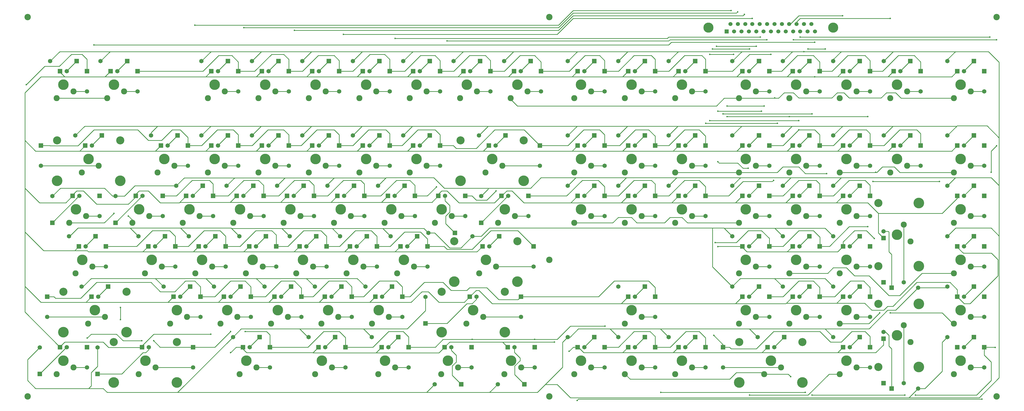
<source format=gbl>
G04 #@! TF.FileFunction,Copper,L2,Bot,Signal*
%FSLAX46Y46*%
G04 Gerber Fmt 4.6, Leading zero omitted, Abs format (unit mm)*
G04 Created by KiCad (PCBNEW 4.0.7) date 12/14/17 04:12:44*
%MOMM*%
%LPD*%
G01*
G04 APERTURE LIST*
%ADD10C,0.100000*%
%ADD11C,2.286000*%
%ADD12C,3.987800*%
%ADD13C,1.651000*%
%ADD14R,1.651000X1.651000*%
%ADD15C,3.810000*%
%ADD16R,1.524000X1.524000*%
%ADD17C,1.524000*%
%ADD18C,4.000000*%
%ADD19C,3.050000*%
%ADD20C,2.400000*%
%ADD21C,0.600000*%
%ADD22C,0.250000*%
G04 APERTURE END LIST*
D10*
D11*
X309460000Y-138080000D03*
X315810000Y-135540000D03*
D12*
X312000000Y-133000000D03*
D13*
X320890000Y-135540000D03*
D14*
X320890000Y-127920000D03*
D13*
X313270000Y-127920000D03*
D14*
X310730000Y-127920000D03*
X317000000Y-124110000D03*
D13*
X307000000Y-124110000D03*
D15*
X306995000Y-7500000D03*
X260005000Y-7500000D03*
D16*
X266863000Y-8897000D03*
D17*
X269657000Y-8897000D03*
X272451000Y-8897000D03*
X275245000Y-8897000D03*
X278039000Y-8897000D03*
X280706000Y-8897000D03*
X283500000Y-8897000D03*
X286294000Y-8897000D03*
X289088000Y-8897000D03*
X291882000Y-8897000D03*
X294549000Y-8897000D03*
X297343000Y-8897000D03*
X300137000Y-8897000D03*
X268260000Y-6103000D03*
X271054000Y-6103000D03*
X273848000Y-6103000D03*
X276515000Y-6103000D03*
X279309000Y-6103000D03*
X282103000Y-6103000D03*
X284897000Y-6103000D03*
X287691000Y-6103000D03*
X290358000Y-6103000D03*
X293152000Y-6103000D03*
X295946000Y-6103000D03*
X298740000Y-6103000D03*
D11*
X71460000Y-34080000D03*
X77810000Y-31540000D03*
D12*
X74000000Y-29000000D03*
D13*
X82890000Y-31540000D03*
D14*
X82890000Y-23920000D03*
D13*
X75270000Y-23920000D03*
D14*
X72730000Y-23920000D03*
X79000000Y-20110000D03*
D13*
X69000000Y-20110000D03*
D11*
X90460000Y-34080000D03*
X96810000Y-31540000D03*
D12*
X93000000Y-29000000D03*
D13*
X101890000Y-31540000D03*
D14*
X101890000Y-23920000D03*
D13*
X94270000Y-23920000D03*
D14*
X91730000Y-23920000D03*
X98000000Y-20110000D03*
D13*
X88000000Y-20110000D03*
D11*
X109460000Y-34080000D03*
X115810000Y-31540000D03*
D12*
X112000000Y-29000000D03*
D13*
X120890000Y-31540000D03*
D14*
X120890000Y-23920000D03*
D13*
X113270000Y-23920000D03*
D14*
X110730000Y-23920000D03*
X117000000Y-20110000D03*
D13*
X107000000Y-20110000D03*
D11*
X128460000Y-34080000D03*
X134810000Y-31540000D03*
D12*
X131000000Y-29000000D03*
D13*
X139890000Y-31540000D03*
D14*
X139890000Y-23920000D03*
D13*
X132270000Y-23920000D03*
D14*
X129730000Y-23920000D03*
X136000000Y-20110000D03*
D13*
X126000000Y-20110000D03*
D11*
X147460000Y-34080000D03*
X153810000Y-31540000D03*
D12*
X150000000Y-29000000D03*
D13*
X158890000Y-31540000D03*
D14*
X158890000Y-23920000D03*
D13*
X151270000Y-23920000D03*
D14*
X148730000Y-23920000D03*
X155000000Y-20110000D03*
D13*
X145000000Y-20110000D03*
D11*
X166460000Y-34080000D03*
X172810000Y-31540000D03*
D12*
X169000000Y-29000000D03*
D13*
X177890000Y-31540000D03*
D14*
X177890000Y-23920000D03*
D13*
X170270000Y-23920000D03*
D14*
X167730000Y-23920000D03*
X174000000Y-20110000D03*
D13*
X164000000Y-20110000D03*
D11*
X185460000Y-34080000D03*
X191810000Y-31540000D03*
D12*
X188000000Y-29000000D03*
D13*
X196890000Y-31540000D03*
D14*
X196890000Y-23920000D03*
D13*
X189270000Y-23920000D03*
D14*
X186730000Y-23920000D03*
X193000000Y-20110000D03*
D13*
X183000000Y-20110000D03*
D11*
X109460000Y-62080000D03*
X115810000Y-59540000D03*
D12*
X112000000Y-57000000D03*
D13*
X120890000Y-59540000D03*
D14*
X120890000Y-51920000D03*
D13*
X113270000Y-51920000D03*
D14*
X110730000Y-51920000D03*
X117000000Y-48110000D03*
D13*
X107000000Y-48110000D03*
D11*
X52460000Y-62080000D03*
X58810000Y-59540000D03*
D12*
X55000000Y-57000000D03*
D13*
X63890000Y-59540000D03*
D14*
X63890000Y-51920000D03*
D13*
X56270000Y-51920000D03*
D14*
X53730000Y-51920000D03*
X60000000Y-48110000D03*
D13*
X50000000Y-48110000D03*
D11*
X71460000Y-62080000D03*
X77810000Y-59540000D03*
D12*
X74000000Y-57000000D03*
D13*
X82890000Y-59540000D03*
D14*
X82890000Y-51920000D03*
D13*
X75270000Y-51920000D03*
D14*
X72730000Y-51920000D03*
X79000000Y-48110000D03*
D13*
X69000000Y-48110000D03*
D11*
X90460000Y-62080000D03*
X96810000Y-59540000D03*
D12*
X93000000Y-57000000D03*
D13*
X101890000Y-59540000D03*
D14*
X101890000Y-51920000D03*
D13*
X94270000Y-51920000D03*
D14*
X91730000Y-51920000D03*
X98000000Y-48110000D03*
D13*
X88000000Y-48110000D03*
D11*
X175960000Y-62080000D03*
X182310000Y-59540000D03*
D12*
X178500000Y-57000000D03*
D13*
X196500000Y-59540000D03*
D14*
X196500000Y-51920000D03*
D13*
X179770000Y-51920000D03*
D14*
X177230000Y-51920000D03*
X183500000Y-48110000D03*
D13*
X173500000Y-48110000D03*
D18*
X190400000Y-65240000D03*
D19*
X190400000Y-50000000D03*
D18*
X166600000Y-65240000D03*
D19*
X166600000Y-50000000D03*
D11*
X95210000Y-119080000D03*
X101560000Y-116540000D03*
D12*
X97750000Y-114000000D03*
D13*
X106640000Y-116540000D03*
D14*
X106640000Y-108920000D03*
D13*
X99020000Y-108920000D03*
D14*
X96480000Y-108920000D03*
X102750000Y-105110000D03*
D13*
X92750000Y-105110000D03*
D11*
X209460000Y-81080000D03*
X215810000Y-78540000D03*
D12*
X212000000Y-76000000D03*
D13*
X220890000Y-78540000D03*
D14*
X220890000Y-70920000D03*
D13*
X213270000Y-70920000D03*
D14*
X210730000Y-70920000D03*
X217000000Y-67110000D03*
D13*
X207000000Y-67110000D03*
D11*
X228460000Y-138080000D03*
X234810000Y-135540000D03*
D12*
X231000000Y-133000000D03*
D13*
X239890000Y-135540000D03*
D14*
X239890000Y-127920000D03*
D13*
X232270000Y-127920000D03*
D14*
X229730000Y-127920000D03*
X236000000Y-124110000D03*
D13*
X226000000Y-124110000D03*
D11*
X228460000Y-81080000D03*
X234810000Y-78540000D03*
D12*
X231000000Y-76000000D03*
D13*
X239890000Y-78540000D03*
D14*
X239890000Y-70920000D03*
D13*
X232270000Y-70920000D03*
D14*
X229730000Y-70920000D03*
X236000000Y-67110000D03*
D13*
X226000000Y-67110000D03*
D11*
X173585000Y-100080000D03*
X179935000Y-97540000D03*
D12*
X176125000Y-95000000D03*
D13*
X194125000Y-97540000D03*
D14*
X194125000Y-89920000D03*
D13*
X177395000Y-89920000D03*
D14*
X174855000Y-89920000D03*
X181125000Y-86110000D03*
D13*
X171125000Y-86110000D03*
D18*
X188025000Y-103240000D03*
D19*
X188025000Y-88000000D03*
D18*
X164225000Y-103240000D03*
D19*
X164225000Y-88000000D03*
D11*
X147460000Y-62080000D03*
X153810000Y-59540000D03*
D12*
X150000000Y-57000000D03*
D13*
X158890000Y-59540000D03*
D14*
X158890000Y-51920000D03*
D13*
X151270000Y-51920000D03*
D14*
X148730000Y-51920000D03*
X155000000Y-48110000D03*
D13*
X145000000Y-48110000D03*
D11*
X133210000Y-119080000D03*
X139560000Y-116540000D03*
D12*
X135750000Y-114000000D03*
D13*
X144640000Y-116540000D03*
D14*
X144640000Y-108920000D03*
D13*
X137020000Y-108920000D03*
D14*
X134480000Y-108920000D03*
X140750000Y-105110000D03*
D13*
X130750000Y-105110000D03*
D11*
X47710000Y-100080000D03*
X54060000Y-97540000D03*
D12*
X50250000Y-95000000D03*
D13*
X59140000Y-97540000D03*
D14*
X59140000Y-89920000D03*
D13*
X51520000Y-89920000D03*
D14*
X48980000Y-89920000D03*
X55250000Y-86110000D03*
D13*
X45250000Y-86110000D03*
D11*
X228460000Y-62080000D03*
X234810000Y-59540000D03*
D12*
X231000000Y-57000000D03*
D13*
X239890000Y-59540000D03*
D14*
X239890000Y-51920000D03*
D13*
X232270000Y-51920000D03*
D14*
X229730000Y-51920000D03*
X236000000Y-48110000D03*
D13*
X226000000Y-48110000D03*
D11*
X80960000Y-81080000D03*
X87310000Y-78540000D03*
D12*
X83500000Y-76000000D03*
D13*
X92390000Y-78540000D03*
D14*
X92390000Y-70920000D03*
D13*
X84770000Y-70920000D03*
D14*
X82230000Y-70920000D03*
X88500000Y-67110000D03*
D13*
X78500000Y-67110000D03*
D11*
X209460000Y-62080000D03*
X215810000Y-59540000D03*
D12*
X212000000Y-57000000D03*
D13*
X220890000Y-59540000D03*
D14*
X220890000Y-51920000D03*
D13*
X213270000Y-51920000D03*
D14*
X210730000Y-51920000D03*
X217000000Y-48110000D03*
D13*
X207000000Y-48110000D03*
D11*
X66710000Y-100080000D03*
X73060000Y-97540000D03*
D12*
X69250000Y-95000000D03*
D13*
X78140000Y-97540000D03*
D14*
X78140000Y-89920000D03*
D13*
X70520000Y-89920000D03*
D14*
X67980000Y-89920000D03*
X74250000Y-86110000D03*
D13*
X64250000Y-86110000D03*
D11*
X85710000Y-100080000D03*
X92060000Y-97540000D03*
D12*
X88250000Y-95000000D03*
D13*
X97140000Y-97540000D03*
D14*
X97140000Y-89920000D03*
D13*
X89520000Y-89920000D03*
D14*
X86980000Y-89920000D03*
X93250000Y-86110000D03*
D13*
X83250000Y-86110000D03*
D11*
X104710000Y-100080000D03*
X111060000Y-97540000D03*
D12*
X107250000Y-95000000D03*
D13*
X116140000Y-97540000D03*
D14*
X116140000Y-89920000D03*
D13*
X108520000Y-89920000D03*
D14*
X105980000Y-89920000D03*
X112250000Y-86110000D03*
D13*
X102250000Y-86110000D03*
D11*
X209460000Y-138080000D03*
X215810000Y-135540000D03*
D12*
X212000000Y-133000000D03*
D13*
X220890000Y-135540000D03*
D14*
X220890000Y-127920000D03*
D13*
X213270000Y-127920000D03*
D14*
X210730000Y-127920000D03*
X217000000Y-124110000D03*
D13*
X207000000Y-124110000D03*
D11*
X137960000Y-81080000D03*
X144310000Y-78540000D03*
D12*
X140500000Y-76000000D03*
D13*
X149390000Y-78540000D03*
D14*
X149390000Y-70920000D03*
D13*
X141770000Y-70920000D03*
D14*
X139230000Y-70920000D03*
X145500000Y-67110000D03*
D13*
X135500000Y-67110000D03*
D11*
X76210000Y-119080000D03*
X82560000Y-116540000D03*
D12*
X78750000Y-114000000D03*
D13*
X87640000Y-116540000D03*
D14*
X87640000Y-108920000D03*
D13*
X80020000Y-108920000D03*
D14*
X77480000Y-108920000D03*
X83750000Y-105110000D03*
D13*
X73750000Y-105110000D03*
D11*
X128460000Y-62080000D03*
X134810000Y-59540000D03*
D12*
X131000000Y-57000000D03*
D13*
X139890000Y-59540000D03*
D14*
X139890000Y-51920000D03*
D13*
X132270000Y-51920000D03*
D14*
X129730000Y-51920000D03*
X136000000Y-48110000D03*
D13*
X126000000Y-48110000D03*
D11*
X57210000Y-119080000D03*
X63560000Y-116540000D03*
D12*
X59750000Y-114000000D03*
D13*
X68640000Y-116540000D03*
D14*
X68640000Y-108920000D03*
D13*
X61020000Y-108920000D03*
D14*
X58480000Y-108920000D03*
X64750000Y-105110000D03*
D13*
X54750000Y-105110000D03*
D11*
X99960000Y-81080000D03*
X106310000Y-78540000D03*
D12*
X102500000Y-76000000D03*
D13*
X111390000Y-78540000D03*
D14*
X111390000Y-70920000D03*
D13*
X103770000Y-70920000D03*
D14*
X101230000Y-70920000D03*
X107500000Y-67110000D03*
D13*
X97500000Y-67110000D03*
D11*
X118960000Y-81080000D03*
X125310000Y-78540000D03*
D12*
X121500000Y-76000000D03*
D13*
X130390000Y-78540000D03*
D14*
X130390000Y-70920000D03*
D13*
X122770000Y-70920000D03*
D14*
X120230000Y-70920000D03*
X126500000Y-67110000D03*
D13*
X116500000Y-67110000D03*
D11*
X247460000Y-81080000D03*
X253810000Y-78540000D03*
D12*
X250000000Y-76000000D03*
D13*
X258890000Y-78540000D03*
D14*
X258890000Y-70920000D03*
D13*
X251270000Y-70920000D03*
D14*
X248730000Y-70920000D03*
X255000000Y-67110000D03*
D13*
X245000000Y-67110000D03*
D11*
X247460000Y-62080000D03*
X253810000Y-59540000D03*
D12*
X250000000Y-57000000D03*
D13*
X258890000Y-59540000D03*
D14*
X258890000Y-51920000D03*
D13*
X251270000Y-51920000D03*
D14*
X248730000Y-51920000D03*
X255000000Y-48110000D03*
D13*
X245000000Y-48110000D03*
D11*
X247460000Y-34080000D03*
X253810000Y-31540000D03*
D12*
X250000000Y-29000000D03*
D13*
X258890000Y-31540000D03*
D14*
X258890000Y-23920000D03*
D13*
X251270000Y-23920000D03*
D14*
X248730000Y-23920000D03*
X255000000Y-20110000D03*
D13*
X245000000Y-20110000D03*
D11*
X114210000Y-119080000D03*
X120560000Y-116540000D03*
D12*
X116750000Y-114000000D03*
D13*
X125640000Y-116540000D03*
D14*
X125640000Y-108920000D03*
D13*
X118020000Y-108920000D03*
D14*
X115480000Y-108920000D03*
X121750000Y-105110000D03*
D13*
X111750000Y-105110000D03*
D11*
X209460000Y-34080000D03*
X215810000Y-31540000D03*
D12*
X212000000Y-29000000D03*
D13*
X220890000Y-31540000D03*
D14*
X220890000Y-23920000D03*
D13*
X213270000Y-23920000D03*
D14*
X210730000Y-23920000D03*
X217000000Y-20110000D03*
D13*
X207000000Y-20110000D03*
D11*
X142710000Y-100080000D03*
X149060000Y-97540000D03*
D12*
X145250000Y-95000000D03*
D13*
X154140000Y-97540000D03*
D14*
X154140000Y-89920000D03*
D13*
X146520000Y-89920000D03*
D14*
X143980000Y-89920000D03*
X150250000Y-86110000D03*
D13*
X140250000Y-86110000D03*
D11*
X247460000Y-138080000D03*
X253810000Y-135540000D03*
D12*
X250000000Y-133000000D03*
D13*
X258890000Y-135540000D03*
D14*
X258890000Y-127920000D03*
D13*
X251270000Y-127920000D03*
D14*
X248730000Y-127920000D03*
X255000000Y-124110000D03*
D13*
X245000000Y-124110000D03*
D11*
X111835000Y-138080000D03*
X118185000Y-135540000D03*
D12*
X114375000Y-133000000D03*
D13*
X123265000Y-135540000D03*
D14*
X123265000Y-127920000D03*
D13*
X115645000Y-127920000D03*
D14*
X113105000Y-127920000D03*
X119375000Y-124110000D03*
D13*
X109375000Y-124110000D03*
D11*
X83335000Y-138080000D03*
X89685000Y-135540000D03*
D12*
X85875000Y-133000000D03*
D13*
X94765000Y-135540000D03*
D14*
X94765000Y-127920000D03*
D13*
X87145000Y-127920000D03*
D14*
X84605000Y-127920000D03*
X90875000Y-124110000D03*
D13*
X80875000Y-124110000D03*
D11*
X135585000Y-138080000D03*
X141935000Y-135540000D03*
D12*
X138125000Y-133000000D03*
D13*
X147015000Y-135540000D03*
D14*
X147015000Y-127920000D03*
D13*
X139395000Y-127920000D03*
D14*
X136855000Y-127920000D03*
X143125000Y-124110000D03*
D13*
X133125000Y-124110000D03*
D11*
X228460000Y-34080000D03*
X234810000Y-31540000D03*
D12*
X231000000Y-29000000D03*
D13*
X239890000Y-31540000D03*
D14*
X239890000Y-23920000D03*
D13*
X232270000Y-23920000D03*
D14*
X229730000Y-23920000D03*
X236000000Y-20110000D03*
D13*
X226000000Y-20110000D03*
D11*
X123710000Y-100080000D03*
X130060000Y-97540000D03*
D12*
X126250000Y-95000000D03*
D13*
X135140000Y-97540000D03*
D14*
X135140000Y-89920000D03*
D13*
X127520000Y-89920000D03*
D14*
X124980000Y-89920000D03*
X131250000Y-86110000D03*
D13*
X121250000Y-86110000D03*
D11*
X61960000Y-81080000D03*
X68310000Y-78540000D03*
D12*
X64500000Y-76000000D03*
D13*
X73390000Y-78540000D03*
D14*
X73390000Y-70920000D03*
D13*
X65770000Y-70920000D03*
D14*
X63230000Y-70920000D03*
X69500000Y-67110000D03*
D13*
X59500000Y-67110000D03*
D11*
X228460000Y-119080000D03*
X234810000Y-116540000D03*
D12*
X231000000Y-114000000D03*
D13*
X239890000Y-116540000D03*
D14*
X239890000Y-108920000D03*
D13*
X232270000Y-108920000D03*
D14*
X229730000Y-108920000D03*
X236000000Y-105110000D03*
D13*
X226000000Y-105110000D03*
D11*
X352460000Y-34080000D03*
X358810000Y-31540000D03*
D12*
X355000000Y-29000000D03*
D13*
X363890000Y-31540000D03*
D14*
X363890000Y-23920000D03*
D13*
X356270000Y-23920000D03*
D14*
X353730000Y-23920000D03*
X360000000Y-20110000D03*
D13*
X350000000Y-20110000D03*
D11*
X352460000Y-62080000D03*
X358810000Y-59540000D03*
D12*
X355000000Y-57000000D03*
D13*
X363890000Y-59540000D03*
D14*
X363890000Y-51920000D03*
D13*
X356270000Y-51920000D03*
D14*
X353730000Y-51920000D03*
X360000000Y-48110000D03*
D13*
X350000000Y-48110000D03*
D11*
X352460000Y-81080000D03*
X358810000Y-78540000D03*
D12*
X355000000Y-76000000D03*
D13*
X363890000Y-78540000D03*
D14*
X363890000Y-70920000D03*
D13*
X356270000Y-70920000D03*
D14*
X353730000Y-70920000D03*
X360000000Y-67110000D03*
D13*
X350000000Y-67110000D03*
D11*
X352460000Y-100080000D03*
X358810000Y-97540000D03*
D12*
X355000000Y-95000000D03*
D13*
X363890000Y-97540000D03*
D14*
X363890000Y-89920000D03*
D13*
X356270000Y-89920000D03*
D14*
X353730000Y-89920000D03*
X360000000Y-86110000D03*
D13*
X350000000Y-86110000D03*
D11*
X352460000Y-119080000D03*
X358810000Y-116540000D03*
D12*
X355000000Y-114000000D03*
D13*
X363890000Y-116540000D03*
D14*
X363890000Y-108920000D03*
D13*
X356270000Y-108920000D03*
D14*
X353730000Y-108920000D03*
X360000000Y-105110000D03*
D13*
X350000000Y-105110000D03*
D11*
X352460000Y-138080000D03*
X358810000Y-135540000D03*
D12*
X355000000Y-133000000D03*
D13*
X363890000Y-135540000D03*
D14*
X363890000Y-127920000D03*
D13*
X356270000Y-127920000D03*
D14*
X353730000Y-127920000D03*
X360000000Y-124110000D03*
D13*
X350000000Y-124110000D03*
D11*
X14460000Y-34080000D03*
X20810000Y-31540000D03*
D12*
X17000000Y-29000000D03*
D13*
X25890000Y-31540000D03*
D14*
X25890000Y-23920000D03*
D13*
X18270000Y-23920000D03*
D14*
X15730000Y-23920000D03*
X22000000Y-20110000D03*
D13*
X12000000Y-20110000D03*
D11*
X33460000Y-34080000D03*
X39810000Y-31540000D03*
D12*
X36000000Y-29000000D03*
D13*
X44890000Y-31540000D03*
D14*
X44890000Y-23920000D03*
D13*
X37270000Y-23920000D03*
D14*
X34730000Y-23920000D03*
X41000000Y-20110000D03*
D13*
X31000000Y-20110000D03*
D11*
X23960000Y-62080000D03*
X30310000Y-59540000D03*
D12*
X26500000Y-57000000D03*
D13*
X8500000Y-59540000D03*
D14*
X8500000Y-51920000D03*
D13*
X27770000Y-51920000D03*
D14*
X25230000Y-51920000D03*
X31500000Y-48110000D03*
D13*
X21500000Y-48110000D03*
D18*
X38400000Y-65240000D03*
D19*
X38400000Y-50000000D03*
D18*
X14600000Y-65240000D03*
D19*
X14600000Y-50000000D03*
D11*
X21585000Y-100080000D03*
X27935000Y-97540000D03*
D12*
X24125000Y-95000000D03*
D13*
X33015000Y-97540000D03*
D14*
X33015000Y-89920000D03*
D13*
X25395000Y-89920000D03*
D14*
X22855000Y-89920000D03*
X29125000Y-86110000D03*
D13*
X19125000Y-86110000D03*
D11*
X26335000Y-119080000D03*
X32685000Y-116540000D03*
D12*
X28875000Y-114000000D03*
D13*
X10875000Y-116540000D03*
D14*
X10875000Y-108920000D03*
D13*
X30145000Y-108920000D03*
D14*
X27605000Y-108920000D03*
X33875000Y-105110000D03*
D13*
X23875000Y-105110000D03*
D18*
X40775000Y-122240000D03*
D19*
X40775000Y-107000000D03*
D18*
X16975000Y-122240000D03*
D19*
X16975000Y-107000000D03*
D11*
X280960000Y-138080000D03*
X287310000Y-135540000D03*
D12*
X283500000Y-133000000D03*
D13*
X265500000Y-135540000D03*
D14*
X265500000Y-127920000D03*
D13*
X284770000Y-127920000D03*
D14*
X282230000Y-127920000D03*
X288500000Y-124110000D03*
D13*
X278500000Y-124110000D03*
D18*
X295400000Y-141240000D03*
D19*
X295400000Y-126000000D03*
D18*
X271600000Y-141240000D03*
D19*
X271600000Y-126000000D03*
D11*
X271460000Y-119080000D03*
X277810000Y-116540000D03*
D12*
X274000000Y-114000000D03*
D13*
X282890000Y-116540000D03*
D14*
X282890000Y-108920000D03*
D13*
X275270000Y-108920000D03*
D14*
X272730000Y-108920000D03*
X279000000Y-105110000D03*
D13*
X269000000Y-105110000D03*
D11*
X290460000Y-119080000D03*
X296810000Y-116540000D03*
D12*
X293000000Y-114000000D03*
D13*
X301890000Y-116540000D03*
D14*
X301890000Y-108920000D03*
D13*
X294270000Y-108920000D03*
D14*
X291730000Y-108920000D03*
X298000000Y-105110000D03*
D13*
X288000000Y-105110000D03*
D11*
X309460000Y-119080000D03*
X315810000Y-116540000D03*
D12*
X312000000Y-114000000D03*
D13*
X320890000Y-116540000D03*
D14*
X320890000Y-108920000D03*
D13*
X313270000Y-108920000D03*
D14*
X310730000Y-108920000D03*
X317000000Y-105110000D03*
D13*
X307000000Y-105110000D03*
D11*
X271460000Y-100080000D03*
X277810000Y-97540000D03*
D12*
X274000000Y-95000000D03*
D13*
X282890000Y-97540000D03*
D14*
X282890000Y-89920000D03*
D13*
X275270000Y-89920000D03*
D14*
X272730000Y-89920000D03*
X279000000Y-86110000D03*
D13*
X269000000Y-86110000D03*
D11*
X290460000Y-100080000D03*
X296810000Y-97540000D03*
D12*
X293000000Y-95000000D03*
D13*
X301890000Y-97540000D03*
D14*
X301890000Y-89920000D03*
D13*
X294270000Y-89920000D03*
D14*
X291730000Y-89920000D03*
X298000000Y-86110000D03*
D13*
X288000000Y-86110000D03*
D11*
X309460000Y-100080000D03*
X315810000Y-97540000D03*
D12*
X312000000Y-95000000D03*
D13*
X320890000Y-97540000D03*
D14*
X320890000Y-89920000D03*
D13*
X313270000Y-89920000D03*
D14*
X310730000Y-89920000D03*
X317000000Y-86110000D03*
D13*
X307000000Y-86110000D03*
D11*
X271460000Y-81080000D03*
X277810000Y-78540000D03*
D12*
X274000000Y-76000000D03*
D13*
X282890000Y-78540000D03*
D14*
X282890000Y-70920000D03*
D13*
X275270000Y-70920000D03*
D14*
X272730000Y-70920000D03*
X279000000Y-67110000D03*
D13*
X269000000Y-67110000D03*
D11*
X290460000Y-81080000D03*
X296810000Y-78540000D03*
D12*
X293000000Y-76000000D03*
D13*
X301890000Y-78540000D03*
D14*
X301890000Y-70920000D03*
D13*
X294270000Y-70920000D03*
D14*
X291730000Y-70920000D03*
X298000000Y-67110000D03*
D13*
X288000000Y-67110000D03*
D11*
X309460000Y-81080000D03*
X315810000Y-78540000D03*
D12*
X312000000Y-76000000D03*
D13*
X320890000Y-78540000D03*
D14*
X320890000Y-70920000D03*
D13*
X313270000Y-70920000D03*
D14*
X310730000Y-70920000D03*
X317000000Y-67110000D03*
D13*
X307000000Y-67110000D03*
D11*
X290460000Y-62080000D03*
X296810000Y-59540000D03*
D12*
X293000000Y-57000000D03*
D13*
X301890000Y-59540000D03*
D14*
X301890000Y-51920000D03*
D13*
X294270000Y-51920000D03*
D14*
X291730000Y-51920000D03*
X298000000Y-48110000D03*
D13*
X288000000Y-48110000D03*
D11*
X271460000Y-62080000D03*
X277810000Y-59540000D03*
D12*
X274000000Y-57000000D03*
D13*
X282890000Y-59540000D03*
D14*
X282890000Y-51920000D03*
D13*
X275270000Y-51920000D03*
D14*
X272730000Y-51920000D03*
X279000000Y-48110000D03*
D13*
X269000000Y-48110000D03*
D11*
X328460000Y-62080000D03*
X334810000Y-59540000D03*
D12*
X331000000Y-57000000D03*
D13*
X339890000Y-59540000D03*
D14*
X339890000Y-51920000D03*
D13*
X332270000Y-51920000D03*
D14*
X329730000Y-51920000D03*
X336000000Y-48110000D03*
D13*
X326000000Y-48110000D03*
D11*
X309460000Y-62080000D03*
X315810000Y-59540000D03*
D12*
X312000000Y-57000000D03*
D13*
X320890000Y-59540000D03*
D14*
X320890000Y-51920000D03*
D13*
X313270000Y-51920000D03*
D14*
X310730000Y-51920000D03*
X317000000Y-48110000D03*
D13*
X307000000Y-48110000D03*
D11*
X271460000Y-34080000D03*
X277810000Y-31540000D03*
D12*
X274000000Y-29000000D03*
D13*
X282890000Y-31540000D03*
D14*
X282890000Y-23920000D03*
D13*
X275270000Y-23920000D03*
D14*
X272730000Y-23920000D03*
X279000000Y-20110000D03*
D13*
X269000000Y-20110000D03*
D11*
X290460000Y-34080000D03*
X296810000Y-31540000D03*
D12*
X293000000Y-29000000D03*
D13*
X301890000Y-31540000D03*
D14*
X301890000Y-23920000D03*
D13*
X294270000Y-23920000D03*
D14*
X291730000Y-23920000D03*
X298000000Y-20110000D03*
D13*
X288000000Y-20110000D03*
D11*
X309460000Y-34080000D03*
X315810000Y-31540000D03*
D12*
X312000000Y-29000000D03*
D13*
X320890000Y-31540000D03*
D14*
X320890000Y-23920000D03*
D13*
X313270000Y-23920000D03*
D14*
X310730000Y-23920000D03*
X317000000Y-20110000D03*
D13*
X307000000Y-20110000D03*
D11*
X328460000Y-34080000D03*
X334810000Y-31540000D03*
D12*
X331000000Y-29000000D03*
D13*
X339890000Y-31540000D03*
D14*
X339890000Y-23920000D03*
D13*
X332270000Y-23920000D03*
D14*
X329730000Y-23920000D03*
X336000000Y-20110000D03*
D13*
X326000000Y-20110000D03*
D20*
X3500000Y-3500000D03*
X3500000Y-146500000D03*
X368500000Y-3500000D03*
X368500000Y-146500000D03*
X200000000Y-3500000D03*
X200000000Y-95000000D03*
X200000000Y-146500000D03*
D11*
X19210000Y-81080000D03*
X25560000Y-78540000D03*
D12*
X21750000Y-76000000D03*
D13*
X30640000Y-78540000D03*
D14*
X30640000Y-70920000D03*
D13*
X23020000Y-70920000D03*
D14*
X20480000Y-70920000D03*
X12860000Y-81000000D03*
D13*
X12860000Y-71000000D03*
D11*
X14460000Y-138080000D03*
X20810000Y-135540000D03*
D12*
X17000000Y-133000000D03*
D13*
X25890000Y-135540000D03*
D14*
X25890000Y-127920000D03*
D13*
X18270000Y-127920000D03*
D14*
X15730000Y-127920000D03*
X8110000Y-138000000D03*
D13*
X8110000Y-128000000D03*
D11*
X42960000Y-81080000D03*
X49310000Y-78540000D03*
D12*
X45500000Y-76000000D03*
D13*
X54390000Y-78540000D03*
D14*
X54390000Y-70920000D03*
D13*
X46770000Y-70920000D03*
D14*
X44230000Y-70920000D03*
X36610000Y-81000000D03*
D13*
X36610000Y-71000000D03*
D11*
X45335000Y-138080000D03*
X51685000Y-135540000D03*
D12*
X47875000Y-133000000D03*
D13*
X65875000Y-135540000D03*
D14*
X65875000Y-127920000D03*
D13*
X49145000Y-127920000D03*
D14*
X46605000Y-127920000D03*
X29875000Y-138000000D03*
D13*
X29875000Y-128000000D03*
D18*
X59775000Y-141240000D03*
D19*
X59775000Y-126000000D03*
D18*
X35975000Y-141240000D03*
D19*
X35975000Y-126000000D03*
D11*
X168835000Y-119080000D03*
X175185000Y-116540000D03*
D12*
X171375000Y-114000000D03*
D13*
X189375000Y-116540000D03*
D14*
X189375000Y-108920000D03*
D13*
X172645000Y-108920000D03*
D14*
X170105000Y-108920000D03*
X153375000Y-119000000D03*
D13*
X153375000Y-109000000D03*
D18*
X183275000Y-122240000D03*
D19*
X183275000Y-107000000D03*
D18*
X159475000Y-122240000D03*
D19*
X159475000Y-107000000D03*
D11*
X159335000Y-138080000D03*
X165685000Y-135540000D03*
D12*
X161875000Y-133000000D03*
D13*
X170765000Y-135540000D03*
D14*
X170765000Y-127920000D03*
D13*
X163145000Y-127920000D03*
D14*
X160605000Y-127920000D03*
X166875000Y-141890000D03*
D13*
X156875000Y-141890000D03*
D11*
X183085000Y-138080000D03*
X189435000Y-135540000D03*
D12*
X185625000Y-133000000D03*
D13*
X194515000Y-135540000D03*
D14*
X194515000Y-127920000D03*
D13*
X186895000Y-127920000D03*
D14*
X184355000Y-127920000D03*
X190625000Y-141890000D03*
D13*
X180625000Y-141890000D03*
D11*
X180710000Y-81080000D03*
X187060000Y-78540000D03*
D12*
X183250000Y-76000000D03*
D13*
X192140000Y-78540000D03*
D14*
X192140000Y-70920000D03*
D13*
X184520000Y-70920000D03*
D14*
X181980000Y-70920000D03*
X174360000Y-81000000D03*
D13*
X174360000Y-71000000D03*
D11*
X156960000Y-81080000D03*
X163310000Y-78540000D03*
D12*
X159500000Y-76000000D03*
D13*
X168390000Y-78540000D03*
D14*
X168390000Y-70920000D03*
D13*
X160770000Y-70920000D03*
D14*
X158230000Y-70920000D03*
X164500000Y-84890000D03*
D13*
X154500000Y-84890000D03*
D11*
X336080000Y-88040000D03*
X333540000Y-81690000D03*
D12*
X331000000Y-85500000D03*
D13*
X333540000Y-103500000D03*
D14*
X325920000Y-103500000D03*
D13*
X325920000Y-84230000D03*
D14*
X325920000Y-86770000D03*
X329000000Y-105500000D03*
D13*
X339000000Y-105500000D03*
D18*
X339240000Y-73600000D03*
D19*
X324000000Y-73600000D03*
D18*
X339240000Y-97400000D03*
D19*
X324000000Y-97400000D03*
D11*
X336080000Y-126040000D03*
X333540000Y-119690000D03*
D12*
X331000000Y-123500000D03*
D13*
X333540000Y-141500000D03*
D14*
X325920000Y-141500000D03*
D13*
X325920000Y-122230000D03*
D14*
X325920000Y-124770000D03*
X329000000Y-143500000D03*
D13*
X339000000Y-143500000D03*
D18*
X339240000Y-111600000D03*
D19*
X324000000Y-111600000D03*
D18*
X339240000Y-135400000D03*
D19*
X324000000Y-135400000D03*
D21*
X281000000Y-37000000D03*
X267000000Y-37000000D03*
X294000000Y-46000000D03*
X294000000Y-42500000D03*
X260500000Y-42500000D03*
X260500000Y-17500000D03*
X269500000Y-17500000D03*
X275500000Y-15500000D03*
X261500000Y-15500000D03*
X262500000Y-88500000D03*
X347000000Y-65500000D03*
X322000000Y-65500000D03*
X320000000Y-82500000D03*
X275000000Y-60500000D03*
X263500000Y-58000000D03*
X263000000Y-14500000D03*
X278000000Y-14500000D03*
X262000000Y-123500000D03*
X263500000Y-39000000D03*
X280000000Y-39000000D03*
X283500000Y-17500000D03*
X259000000Y-43500000D03*
X286000000Y-43500000D03*
X284500000Y-65000000D03*
X180000000Y-69000000D03*
X157500000Y-67500000D03*
X366500000Y-62000000D03*
X368500000Y-52000000D03*
X368500000Y-12000000D03*
X292000000Y-12000000D03*
X363000000Y-147500000D03*
X210500000Y-148000000D03*
X366000000Y-11000000D03*
X294500000Y-11000000D03*
X242000000Y-145000000D03*
X296500000Y-145000000D03*
X299000000Y-146000000D03*
X334000000Y-146000000D03*
X338000000Y-146000000D03*
X368000000Y-128000000D03*
X3000000Y-29000000D03*
X265500000Y-40000000D03*
X299000000Y-40000000D03*
X304000000Y-15500000D03*
X297500000Y-15500000D03*
X38500000Y-113000000D03*
X38500000Y-117500000D03*
X85500000Y-122000000D03*
X80000000Y-122000000D03*
X51000000Y-125500000D03*
X46500000Y-125500000D03*
X26000000Y-124500000D03*
X221000000Y-120000000D03*
X194500000Y-125000000D03*
X171000000Y-125000000D03*
X28500000Y-14000000D03*
X300000000Y-13000000D03*
X41500000Y-78500000D03*
X36000000Y-77500000D03*
X66500000Y-6500000D03*
X268500000Y-1000000D03*
X85000000Y-7500000D03*
X271000000Y-1500000D03*
X104000000Y-8500000D03*
X273500000Y-2500000D03*
X122500000Y-10000000D03*
X276500000Y-4000000D03*
X142000000Y-11500000D03*
X279500000Y-11000000D03*
X161500000Y-12500000D03*
X282000000Y-12000000D03*
X285000000Y-34000000D03*
X323000000Y-62000000D03*
X320000000Y-41000000D03*
X290500000Y-41000000D03*
X267000000Y-41000000D03*
X275500000Y-146000000D03*
X310500000Y-3000000D03*
X291000000Y-139000000D03*
X328500000Y-4000000D03*
X304500000Y-62500000D03*
X328500000Y-115000000D03*
X324500000Y-115000000D03*
X296000000Y-16500000D03*
X322500000Y-87000000D03*
X300000000Y-26000000D03*
X207500000Y-129500000D03*
X202000000Y-126000000D03*
X80000000Y-130000000D03*
X72500000Y-123000000D03*
X263500000Y-90000000D03*
D22*
X267000000Y-37000000D02*
X281000000Y-37000000D01*
X320890000Y-23920000D02*
X325580000Y-23920000D01*
X339890000Y-20390000D02*
X339890000Y-23920000D01*
X337500000Y-18000000D02*
X339890000Y-20390000D01*
X331500000Y-18000000D02*
X337500000Y-18000000D01*
X325580000Y-23920000D02*
X331500000Y-18000000D01*
X301890000Y-23920000D02*
X306580000Y-23920000D01*
X320890000Y-19890000D02*
X320890000Y-23920000D01*
X319000000Y-18000000D02*
X320890000Y-19890000D01*
X312500000Y-18000000D02*
X319000000Y-18000000D01*
X306580000Y-23920000D02*
X312500000Y-18000000D01*
X282890000Y-23920000D02*
X287580000Y-23920000D01*
X301890000Y-20390000D02*
X301890000Y-23920000D01*
X299500000Y-18000000D02*
X301890000Y-20390000D01*
X293500000Y-18000000D02*
X299500000Y-18000000D01*
X287580000Y-23920000D02*
X293500000Y-18000000D01*
X260500000Y-42500000D02*
X294000000Y-42500000D01*
X269500000Y-17500000D02*
X260500000Y-17500000D01*
X294000000Y-46000000D02*
X295000000Y-46000000D01*
X320890000Y-51920000D02*
X326080000Y-51920000D01*
X339890000Y-47390000D02*
X339890000Y-51920000D01*
X338500000Y-46000000D02*
X339890000Y-47390000D01*
X332000000Y-46000000D02*
X338500000Y-46000000D01*
X326080000Y-51920000D02*
X332000000Y-46000000D01*
X301890000Y-51920000D02*
X307080000Y-51920000D01*
X320890000Y-47390000D02*
X320890000Y-51920000D01*
X319500000Y-46000000D02*
X320890000Y-47390000D01*
X313000000Y-46000000D02*
X319500000Y-46000000D01*
X307080000Y-51920000D02*
X313000000Y-46000000D01*
X282890000Y-51920000D02*
X288080000Y-51920000D01*
X301890000Y-47890000D02*
X301890000Y-51920000D01*
X300000000Y-46000000D02*
X301890000Y-47890000D01*
X294000000Y-46000000D02*
X295000000Y-46000000D01*
X295000000Y-46000000D02*
X300000000Y-46000000D01*
X288080000Y-51920000D02*
X294000000Y-46000000D01*
X301890000Y-70920000D02*
X307080000Y-70920000D01*
X320890000Y-66890000D02*
X320890000Y-70920000D01*
X319000000Y-65000000D02*
X320890000Y-66890000D01*
X313000000Y-65000000D02*
X319000000Y-65000000D01*
X307080000Y-70920000D02*
X313000000Y-65000000D01*
X282890000Y-70920000D02*
X288080000Y-70920000D01*
X301890000Y-66390000D02*
X301890000Y-70920000D01*
X300500000Y-65000000D02*
X301890000Y-66390000D01*
X294000000Y-65000000D02*
X300500000Y-65000000D01*
X288080000Y-70920000D02*
X294000000Y-65000000D01*
X282890000Y-89920000D02*
X282890000Y-86890000D01*
X261500000Y-15500000D02*
X275500000Y-15500000D01*
X270500000Y-88500000D02*
X262500000Y-88500000D01*
X275000000Y-84000000D02*
X270500000Y-88500000D01*
X280000000Y-84000000D02*
X275000000Y-84000000D01*
X282890000Y-86890000D02*
X280000000Y-84000000D01*
X322000000Y-65500000D02*
X347000000Y-65500000D01*
X301890000Y-89920000D02*
X305580000Y-89920000D01*
X313000000Y-82500000D02*
X320000000Y-82500000D01*
X305580000Y-89920000D02*
X313000000Y-82500000D01*
X282890000Y-89920000D02*
X288080000Y-89920000D01*
X302000000Y-86500000D02*
X302000000Y-89810000D01*
X299500000Y-84000000D02*
X302000000Y-86500000D01*
X294000000Y-84000000D02*
X299500000Y-84000000D01*
X288080000Y-89920000D02*
X294000000Y-84000000D01*
X302000000Y-89810000D02*
X301890000Y-89920000D01*
X273000000Y-60500000D02*
X275000000Y-60500000D01*
X271000000Y-58500000D02*
X273000000Y-60500000D01*
X264000000Y-58500000D02*
X271000000Y-58500000D01*
X263500000Y-58000000D02*
X264000000Y-58500000D01*
X278000000Y-14500000D02*
X263000000Y-14500000D01*
X301890000Y-108920000D02*
X307580000Y-108920000D01*
X320890000Y-105390000D02*
X320890000Y-108920000D01*
X318500000Y-103000000D02*
X320890000Y-105390000D01*
X313500000Y-103000000D02*
X318500000Y-103000000D01*
X307580000Y-108920000D02*
X313500000Y-103000000D01*
X282890000Y-108920000D02*
X288080000Y-108920000D01*
X301890000Y-105390000D02*
X301890000Y-108920000D01*
X299500000Y-103000000D02*
X301890000Y-105390000D01*
X294000000Y-103000000D02*
X299500000Y-103000000D01*
X288080000Y-108920000D02*
X294000000Y-103000000D01*
X265500000Y-127000000D02*
X265500000Y-127920000D01*
X262000000Y-123500000D02*
X265500000Y-127000000D01*
X280000000Y-39000000D02*
X263500000Y-39000000D01*
X265500000Y-127920000D02*
X267920000Y-127920000D01*
X320890000Y-123890000D02*
X320890000Y-127920000D01*
X319000000Y-122000000D02*
X320890000Y-123890000D01*
X314000000Y-122000000D02*
X319000000Y-122000000D01*
X310000000Y-126000000D02*
X314000000Y-122000000D01*
X306000000Y-126000000D02*
X310000000Y-126000000D01*
X302000000Y-122000000D02*
X306000000Y-126000000D01*
X284500000Y-122000000D02*
X302000000Y-122000000D01*
X278000000Y-128500000D02*
X284500000Y-122000000D01*
X268500000Y-128500000D02*
X278000000Y-128500000D01*
X267920000Y-127920000D02*
X268500000Y-128500000D01*
X258890000Y-23920000D02*
X269080000Y-23920000D01*
X275500000Y-17500000D02*
X283500000Y-17500000D01*
X269080000Y-23920000D02*
X275500000Y-17500000D01*
X239890000Y-23920000D02*
X245080000Y-23920000D01*
X258890000Y-19390000D02*
X258890000Y-23920000D01*
X257500000Y-18000000D02*
X258890000Y-19390000D01*
X251000000Y-18000000D02*
X257500000Y-18000000D01*
X245080000Y-23920000D02*
X251000000Y-18000000D01*
X220890000Y-23920000D02*
X226080000Y-23920000D01*
X239890000Y-19390000D02*
X239890000Y-23920000D01*
X238500000Y-18000000D02*
X239890000Y-19390000D01*
X232000000Y-18000000D02*
X238500000Y-18000000D01*
X226080000Y-23920000D02*
X232000000Y-18000000D01*
X196890000Y-23920000D02*
X207580000Y-23920000D01*
X220890000Y-19890000D02*
X220890000Y-23920000D01*
X219000000Y-18000000D02*
X220890000Y-19890000D01*
X213500000Y-18000000D02*
X219000000Y-18000000D01*
X207580000Y-23920000D02*
X213500000Y-18000000D01*
X177890000Y-23920000D02*
X183080000Y-23920000D01*
X196890000Y-20390000D02*
X196890000Y-23920000D01*
X194500000Y-18000000D02*
X196890000Y-20390000D01*
X189000000Y-18000000D02*
X194500000Y-18000000D01*
X183080000Y-23920000D02*
X189000000Y-18000000D01*
X158890000Y-23920000D02*
X164080000Y-23920000D01*
X177890000Y-19890000D02*
X177890000Y-23920000D01*
X176000000Y-18000000D02*
X177890000Y-19890000D01*
X170000000Y-18000000D02*
X176000000Y-18000000D01*
X164080000Y-23920000D02*
X170000000Y-18000000D01*
X139890000Y-23920000D02*
X145580000Y-23920000D01*
X158890000Y-19890000D02*
X158890000Y-23920000D01*
X157000000Y-18000000D02*
X158890000Y-19890000D01*
X151500000Y-18000000D02*
X157000000Y-18000000D01*
X145580000Y-23920000D02*
X151500000Y-18000000D01*
X120890000Y-23920000D02*
X126080000Y-23920000D01*
X139890000Y-19390000D02*
X139890000Y-23920000D01*
X138000000Y-17500000D02*
X139890000Y-19390000D01*
X132500000Y-17500000D02*
X138000000Y-17500000D01*
X126080000Y-23920000D02*
X132500000Y-17500000D01*
X101890000Y-23920000D02*
X107080000Y-23920000D01*
X120890000Y-19890000D02*
X120890000Y-23920000D01*
X119000000Y-18000000D02*
X120890000Y-19890000D01*
X113000000Y-18000000D02*
X119000000Y-18000000D01*
X107080000Y-23920000D02*
X113000000Y-18000000D01*
X82890000Y-23920000D02*
X89080000Y-23920000D01*
X101890000Y-19390000D02*
X101890000Y-23920000D01*
X100000000Y-17500000D02*
X101890000Y-19390000D01*
X95500000Y-17500000D02*
X100000000Y-17500000D01*
X89080000Y-23920000D02*
X95500000Y-17500000D01*
X44890000Y-23920000D02*
X69580000Y-23920000D01*
X82890000Y-20390000D02*
X82890000Y-23920000D01*
X80500000Y-18000000D02*
X82890000Y-20390000D01*
X75500000Y-18000000D02*
X80500000Y-18000000D01*
X69580000Y-23920000D02*
X75500000Y-18000000D01*
X286000000Y-43500000D02*
X259000000Y-43500000D01*
X239890000Y-51920000D02*
X245080000Y-51920000D01*
X258890000Y-48390000D02*
X258890000Y-51920000D01*
X256500000Y-46000000D02*
X258890000Y-48390000D01*
X251000000Y-46000000D02*
X256500000Y-46000000D01*
X245080000Y-51920000D02*
X251000000Y-46000000D01*
X220890000Y-51920000D02*
X226580000Y-51920000D01*
X239890000Y-48390000D02*
X239890000Y-51920000D01*
X237500000Y-46000000D02*
X239890000Y-48390000D01*
X232500000Y-46000000D02*
X237500000Y-46000000D01*
X226580000Y-51920000D02*
X232500000Y-46000000D01*
X196500000Y-51920000D02*
X207080000Y-51920000D01*
X220890000Y-47890000D02*
X220890000Y-51920000D01*
X219000000Y-46000000D02*
X220890000Y-47890000D01*
X213000000Y-46000000D02*
X219000000Y-46000000D01*
X207080000Y-51920000D02*
X213000000Y-46000000D01*
X158890000Y-51920000D02*
X163920000Y-51920000D01*
X190580000Y-46000000D02*
X196500000Y-51920000D01*
X179500000Y-46000000D02*
X190580000Y-46000000D01*
X172500000Y-53000000D02*
X179500000Y-46000000D01*
X165000000Y-53000000D02*
X172500000Y-53000000D01*
X163920000Y-51920000D02*
X165000000Y-53000000D01*
X139890000Y-51920000D02*
X144580000Y-51920000D01*
X158890000Y-47890000D02*
X158890000Y-51920000D01*
X157000000Y-46000000D02*
X158890000Y-47890000D01*
X150500000Y-46000000D02*
X157000000Y-46000000D01*
X144580000Y-51920000D02*
X150500000Y-46000000D01*
X120890000Y-51920000D02*
X126080000Y-51920000D01*
X139890000Y-47390000D02*
X139890000Y-51920000D01*
X138500000Y-46000000D02*
X139890000Y-47390000D01*
X132000000Y-46000000D02*
X138500000Y-46000000D01*
X126080000Y-51920000D02*
X132000000Y-46000000D01*
X101890000Y-51920000D02*
X106580000Y-51920000D01*
X120890000Y-47890000D02*
X120890000Y-51920000D01*
X119000000Y-46000000D02*
X120890000Y-47890000D01*
X112500000Y-46000000D02*
X119000000Y-46000000D01*
X106580000Y-51920000D02*
X112500000Y-46000000D01*
X82890000Y-51920000D02*
X88080000Y-51920000D01*
X101890000Y-47890000D02*
X101890000Y-51920000D01*
X100000000Y-46000000D02*
X101890000Y-47890000D01*
X94000000Y-46000000D02*
X100000000Y-46000000D01*
X88080000Y-51920000D02*
X94000000Y-46000000D01*
X63890000Y-51920000D02*
X69080000Y-51920000D01*
X82890000Y-47890000D02*
X82890000Y-51920000D01*
X81000000Y-46000000D02*
X82890000Y-47890000D01*
X75000000Y-46000000D02*
X81000000Y-46000000D01*
X69080000Y-51920000D02*
X75000000Y-46000000D01*
X8500000Y-51920000D02*
X11920000Y-51920000D01*
X63890000Y-48890000D02*
X63890000Y-51920000D01*
X61000000Y-46000000D02*
X63890000Y-48890000D01*
X58000000Y-46000000D02*
X61000000Y-46000000D01*
X54000000Y-50000000D02*
X58000000Y-46000000D01*
X49000000Y-50000000D02*
X54000000Y-50000000D01*
X45000000Y-46000000D02*
X49000000Y-50000000D01*
X28500000Y-46000000D02*
X45000000Y-46000000D01*
X22500000Y-52000000D02*
X28500000Y-46000000D01*
X12000000Y-52000000D02*
X22500000Y-52000000D01*
X11920000Y-51920000D02*
X12000000Y-52000000D01*
X267580000Y-70920000D02*
X258890000Y-70920000D01*
X273000000Y-65500000D02*
X267580000Y-70920000D01*
X284000000Y-65500000D02*
X273000000Y-65500000D01*
X284500000Y-65000000D02*
X284000000Y-65500000D01*
X168390000Y-70920000D02*
X170920000Y-70920000D01*
X176500000Y-72500000D02*
X180000000Y-69000000D01*
X172500000Y-72500000D02*
X176500000Y-72500000D01*
X170920000Y-70920000D02*
X172500000Y-72500000D01*
X239890000Y-70920000D02*
X245080000Y-70920000D01*
X258890000Y-67390000D02*
X258890000Y-70920000D01*
X256500000Y-65000000D02*
X258890000Y-67390000D01*
X251000000Y-65000000D02*
X256500000Y-65000000D01*
X245080000Y-70920000D02*
X251000000Y-65000000D01*
X220890000Y-70920000D02*
X226080000Y-70920000D01*
X239890000Y-66390000D02*
X239890000Y-70920000D01*
X238500000Y-65000000D02*
X239890000Y-66390000D01*
X232000000Y-65000000D02*
X238500000Y-65000000D01*
X226080000Y-70920000D02*
X232000000Y-65000000D01*
X192140000Y-70920000D02*
X206580000Y-70920000D01*
X220890000Y-67390000D02*
X220890000Y-70920000D01*
X218500000Y-65000000D02*
X220890000Y-67390000D01*
X212500000Y-65000000D02*
X218500000Y-65000000D01*
X206580000Y-70920000D02*
X212500000Y-65000000D01*
X149390000Y-70920000D02*
X154080000Y-70920000D01*
X154080000Y-70920000D02*
X157500000Y-67500000D01*
X130390000Y-70920000D02*
X136580000Y-70920000D01*
X149390000Y-66890000D02*
X149390000Y-70920000D01*
X147500000Y-65000000D02*
X149390000Y-66890000D01*
X142500000Y-65000000D02*
X147500000Y-65000000D01*
X136580000Y-70920000D02*
X142500000Y-65000000D01*
X111390000Y-70920000D02*
X116580000Y-70920000D01*
X130390000Y-66390000D02*
X130390000Y-70920000D01*
X129000000Y-65000000D02*
X130390000Y-66390000D01*
X122500000Y-65000000D02*
X129000000Y-65000000D01*
X116580000Y-70920000D02*
X122500000Y-65000000D01*
X92390000Y-70920000D02*
X98080000Y-70920000D01*
X111390000Y-66890000D02*
X111390000Y-70920000D01*
X109500000Y-65000000D02*
X111390000Y-66890000D01*
X104000000Y-65000000D02*
X109500000Y-65000000D01*
X98080000Y-70920000D02*
X104000000Y-65000000D01*
X73390000Y-70920000D02*
X79080000Y-70920000D01*
X92390000Y-66890000D02*
X92390000Y-70920000D01*
X90500000Y-65000000D02*
X92390000Y-66890000D01*
X85000000Y-65000000D02*
X90500000Y-65000000D01*
X79080000Y-70920000D02*
X85000000Y-65000000D01*
X54390000Y-70920000D02*
X59580000Y-70920000D01*
X73390000Y-66390000D02*
X73390000Y-70920000D01*
X72000000Y-65000000D02*
X73390000Y-66390000D01*
X65500000Y-65000000D02*
X72000000Y-65000000D01*
X59580000Y-70920000D02*
X65500000Y-65000000D01*
X366500000Y-54000000D02*
X366500000Y-62000000D01*
X368500000Y-52000000D02*
X366500000Y-54000000D01*
X292000000Y-12000000D02*
X368500000Y-12000000D01*
X211000000Y-147500000D02*
X363000000Y-147500000D01*
X210500000Y-148000000D02*
X211000000Y-147500000D01*
X154140000Y-89920000D02*
X160420000Y-89920000D01*
X188205000Y-84000000D02*
X194125000Y-89920000D01*
X178000000Y-84000000D02*
X188205000Y-84000000D01*
X171000000Y-91000000D02*
X178000000Y-84000000D01*
X161500000Y-91000000D02*
X171000000Y-91000000D01*
X160420000Y-89920000D02*
X161500000Y-91000000D01*
X135140000Y-89920000D02*
X140080000Y-89920000D01*
X154140000Y-87140000D02*
X154140000Y-89920000D01*
X151500000Y-84500000D02*
X154140000Y-87140000D01*
X145500000Y-84500000D02*
X151500000Y-84500000D01*
X140080000Y-89920000D02*
X145500000Y-84500000D01*
X116140000Y-89920000D02*
X121080000Y-89920000D01*
X135140000Y-86140000D02*
X135140000Y-89920000D01*
X133000000Y-84000000D02*
X135140000Y-86140000D01*
X127000000Y-84000000D02*
X133000000Y-84000000D01*
X121080000Y-89920000D02*
X127000000Y-84000000D01*
X97140000Y-89920000D02*
X101580000Y-89920000D01*
X116140000Y-86140000D02*
X116140000Y-89920000D01*
X114000000Y-84000000D02*
X116140000Y-86140000D01*
X107500000Y-84000000D02*
X114000000Y-84000000D01*
X101580000Y-89920000D02*
X107500000Y-84000000D01*
X78140000Y-89920000D02*
X83580000Y-89920000D01*
X97140000Y-85640000D02*
X97140000Y-89920000D01*
X95500000Y-84000000D02*
X97140000Y-85640000D01*
X89500000Y-84000000D02*
X95500000Y-84000000D01*
X83580000Y-89920000D02*
X89500000Y-84000000D01*
X59140000Y-89920000D02*
X64080000Y-89920000D01*
X78140000Y-86140000D02*
X78140000Y-89920000D01*
X76000000Y-84000000D02*
X78140000Y-86140000D01*
X70000000Y-84000000D02*
X76000000Y-84000000D01*
X64080000Y-89920000D02*
X70000000Y-84000000D01*
X33015000Y-89920000D02*
X44580000Y-89920000D01*
X59140000Y-86140000D02*
X59140000Y-89920000D01*
X57000000Y-84000000D02*
X59140000Y-86140000D01*
X50500000Y-84000000D02*
X57000000Y-84000000D01*
X44580000Y-89920000D02*
X50500000Y-84000000D01*
X294500000Y-11000000D02*
X366000000Y-11000000D01*
X363890000Y-127920000D02*
X363890000Y-130890000D01*
X296500000Y-145000000D02*
X242000000Y-145000000D01*
X334000000Y-146000000D02*
X299000000Y-146000000D01*
X361000000Y-146000000D02*
X338000000Y-146000000D01*
X366500000Y-140500000D02*
X361000000Y-146000000D01*
X366500000Y-133500000D02*
X366500000Y-140500000D01*
X363890000Y-130890000D02*
X366500000Y-133500000D01*
X367920000Y-127920000D02*
X363890000Y-127920000D01*
X368000000Y-128000000D02*
X367920000Y-127920000D01*
X25890000Y-19390000D02*
X25890000Y-23920000D01*
X24000000Y-17500000D02*
X25890000Y-19390000D01*
X20000000Y-17500000D02*
X24000000Y-17500000D01*
X15500000Y-22000000D02*
X20000000Y-17500000D01*
X10000000Y-22000000D02*
X15500000Y-22000000D01*
X3000000Y-29000000D02*
X10000000Y-22000000D01*
X189375000Y-108920000D02*
X218580000Y-108920000D01*
X218580000Y-108920000D02*
X224500000Y-103000000D01*
X224500000Y-103000000D02*
X237500000Y-103000000D01*
X237500000Y-103000000D02*
X239890000Y-105390000D01*
X239890000Y-105390000D02*
X239890000Y-108920000D01*
X144640000Y-108920000D02*
X147580000Y-108920000D01*
X188295000Y-110000000D02*
X189375000Y-108920000D01*
X181000000Y-110000000D02*
X188295000Y-110000000D01*
X176500000Y-105500000D02*
X181000000Y-110000000D01*
X170000000Y-105500000D02*
X176500000Y-105500000D01*
X169000000Y-106500000D02*
X170000000Y-105500000D01*
X163000000Y-106500000D02*
X169000000Y-106500000D01*
X160000000Y-103500000D02*
X163000000Y-106500000D01*
X153000000Y-103500000D02*
X160000000Y-103500000D01*
X147580000Y-108920000D02*
X153000000Y-103500000D01*
X125640000Y-108920000D02*
X130080000Y-108920000D01*
X144640000Y-105140000D02*
X144640000Y-108920000D01*
X142500000Y-103000000D02*
X144640000Y-105140000D01*
X136000000Y-103000000D02*
X142500000Y-103000000D01*
X130080000Y-108920000D02*
X136000000Y-103000000D01*
X106640000Y-108920000D02*
X111080000Y-108920000D01*
X125640000Y-105140000D02*
X125640000Y-108920000D01*
X123500000Y-103000000D02*
X125640000Y-105140000D01*
X117000000Y-103000000D02*
X123500000Y-103000000D01*
X111080000Y-108920000D02*
X117000000Y-103000000D01*
X87640000Y-108920000D02*
X93080000Y-108920000D01*
X106640000Y-105640000D02*
X106640000Y-108920000D01*
X104000000Y-103000000D02*
X106640000Y-105640000D01*
X99000000Y-103000000D02*
X104000000Y-103000000D01*
X93080000Y-108920000D02*
X99000000Y-103000000D01*
X68640000Y-108920000D02*
X74080000Y-108920000D01*
X87640000Y-105140000D02*
X87640000Y-108920000D01*
X85500000Y-103000000D02*
X87640000Y-105140000D01*
X80000000Y-103000000D02*
X85500000Y-103000000D01*
X74080000Y-108920000D02*
X80000000Y-103000000D01*
X10875000Y-108920000D02*
X13420000Y-108920000D01*
X68640000Y-105140000D02*
X68640000Y-108920000D01*
X66500000Y-103000000D02*
X68640000Y-105140000D01*
X63000000Y-103000000D02*
X66500000Y-103000000D01*
X59000000Y-107000000D02*
X63000000Y-103000000D01*
X53500000Y-107000000D02*
X59000000Y-107000000D01*
X50000000Y-103500000D02*
X53500000Y-107000000D01*
X29500000Y-103500000D02*
X50000000Y-103500000D01*
X23500000Y-109500000D02*
X29500000Y-103500000D01*
X14000000Y-109500000D02*
X23500000Y-109500000D01*
X13420000Y-108920000D02*
X14000000Y-109500000D01*
X299000000Y-40000000D02*
X265500000Y-40000000D01*
X297500000Y-15500000D02*
X304000000Y-15500000D01*
X38500000Y-117500000D02*
X38500000Y-113000000D01*
X65875000Y-127920000D02*
X74080000Y-127920000D01*
X94765000Y-123265000D02*
X94765000Y-127920000D01*
X93500000Y-122000000D02*
X94765000Y-123265000D01*
X85500000Y-122000000D02*
X93500000Y-122000000D01*
X74080000Y-127920000D02*
X80000000Y-122000000D01*
X53420000Y-127920000D02*
X65875000Y-127920000D01*
X51000000Y-125500000D02*
X53420000Y-127920000D01*
X39500000Y-125500000D02*
X46500000Y-125500000D01*
X37000000Y-123000000D02*
X39500000Y-125500000D01*
X27500000Y-123000000D02*
X37000000Y-123000000D01*
X26000000Y-124500000D02*
X27500000Y-123000000D01*
X239890000Y-127920000D02*
X245580000Y-127920000D01*
X258890000Y-124390000D02*
X258890000Y-127920000D01*
X256500000Y-122000000D02*
X258890000Y-124390000D01*
X251500000Y-122000000D02*
X256500000Y-122000000D01*
X245580000Y-127920000D02*
X251500000Y-122000000D01*
X220890000Y-127920000D02*
X226080000Y-127920000D01*
X239890000Y-123890000D02*
X239890000Y-127920000D01*
X238000000Y-122000000D02*
X239890000Y-123890000D01*
X232000000Y-122000000D02*
X238000000Y-122000000D01*
X226080000Y-127920000D02*
X232000000Y-122000000D01*
X194500000Y-125000000D02*
X203000000Y-125000000D01*
X208000000Y-120000000D02*
X221000000Y-120000000D01*
X203000000Y-125000000D02*
X208000000Y-120000000D01*
X170500000Y-125000000D02*
X194500000Y-125000000D01*
X147015000Y-127920000D02*
X157080000Y-127920000D01*
X160000000Y-125000000D02*
X170500000Y-125000000D01*
X170500000Y-125000000D02*
X171000000Y-125000000D01*
X157080000Y-127920000D02*
X160000000Y-125000000D01*
X123265000Y-127920000D02*
X133580000Y-127920000D01*
X147015000Y-124015000D02*
X147015000Y-127920000D01*
X145000000Y-122000000D02*
X147015000Y-124015000D01*
X139500000Y-122000000D02*
X145000000Y-122000000D01*
X133580000Y-127920000D02*
X139500000Y-122000000D01*
X94765000Y-127920000D02*
X109080000Y-127920000D01*
X109080000Y-127920000D02*
X115000000Y-122000000D01*
X115000000Y-122000000D02*
X121000000Y-122000000D01*
X121000000Y-122000000D02*
X123265000Y-124265000D01*
X123265000Y-124265000D02*
X123265000Y-127920000D01*
X245000000Y-14000000D02*
X28500000Y-14000000D01*
X246000000Y-13000000D02*
X245000000Y-14000000D01*
X300000000Y-13000000D02*
X246000000Y-13000000D01*
X14460000Y-34080000D02*
X33460000Y-34080000D01*
X19210000Y-81080000D02*
X32420000Y-81080000D01*
X41500000Y-78500000D02*
X42960000Y-79960000D01*
X32420000Y-81080000D02*
X36000000Y-77500000D01*
X42960000Y-79960000D02*
X42960000Y-81080000D01*
X203500000Y-6500000D02*
X66500000Y-6500000D01*
X209000000Y-1000000D02*
X203500000Y-6500000D01*
X268500000Y-1000000D02*
X209000000Y-1000000D01*
X203500000Y-7500000D02*
X85000000Y-7500000D01*
X209000000Y-2000000D02*
X203500000Y-7500000D01*
X270500000Y-2000000D02*
X209000000Y-2000000D01*
X271000000Y-1500000D02*
X270500000Y-2000000D01*
X203500000Y-8500000D02*
X104000000Y-8500000D01*
X209000000Y-3000000D02*
X203500000Y-8500000D01*
X273000000Y-3000000D02*
X209000000Y-3000000D01*
X273500000Y-2500000D02*
X273000000Y-3000000D01*
X203000000Y-10000000D02*
X122500000Y-10000000D01*
X209000000Y-4000000D02*
X203000000Y-10000000D01*
X276500000Y-4000000D02*
X209000000Y-4000000D01*
X244500000Y-11500000D02*
X142000000Y-11500000D01*
X245000000Y-11000000D02*
X244500000Y-11500000D01*
X279500000Y-11000000D02*
X245000000Y-11000000D01*
X245000000Y-12500000D02*
X161500000Y-12500000D01*
X245500000Y-12000000D02*
X245000000Y-12500000D01*
X282000000Y-12000000D02*
X245500000Y-12000000D01*
X285000000Y-34000000D02*
X285000000Y-34080000D01*
X285000000Y-34080000D02*
X285000000Y-34000000D01*
X285000000Y-34000000D02*
X285000000Y-34080000D01*
X271460000Y-34080000D02*
X285000000Y-34080000D01*
X285000000Y-34080000D02*
X286420000Y-34080000D01*
X332580000Y-34080000D02*
X352460000Y-34080000D01*
X330500000Y-32000000D02*
X332580000Y-34080000D01*
X327000000Y-32000000D02*
X330500000Y-32000000D01*
X325000000Y-34000000D02*
X327000000Y-32000000D01*
X313000000Y-34000000D02*
X325000000Y-34000000D01*
X311000000Y-32000000D02*
X313000000Y-34000000D01*
X308500000Y-32000000D02*
X311000000Y-32000000D01*
X306500000Y-34000000D02*
X308500000Y-32000000D01*
X294000000Y-34000000D02*
X306500000Y-34000000D01*
X292000000Y-32000000D02*
X294000000Y-34000000D01*
X288500000Y-32000000D02*
X292000000Y-32000000D01*
X286420000Y-34080000D02*
X288500000Y-32000000D01*
X185460000Y-34080000D02*
X185460000Y-34460000D01*
X185460000Y-34460000D02*
X188000000Y-37000000D01*
X265920000Y-34080000D02*
X271460000Y-34080000D01*
X263000000Y-37000000D02*
X265920000Y-34080000D01*
X188000000Y-37000000D02*
X263000000Y-37000000D01*
X290500000Y-41000000D02*
X320000000Y-41000000D01*
X323000000Y-62000000D02*
X323000000Y-62080000D01*
X323000000Y-62080000D02*
X323000000Y-62000000D01*
X323000000Y-62000000D02*
X323000000Y-62080000D01*
X309460000Y-62080000D02*
X323000000Y-62080000D01*
X323000000Y-62080000D02*
X323420000Y-62080000D01*
X332080000Y-62080000D02*
X352460000Y-62080000D01*
X330000000Y-60000000D02*
X332080000Y-62080000D01*
X325500000Y-60000000D02*
X330000000Y-60000000D01*
X323420000Y-62080000D02*
X325500000Y-60000000D01*
X267000000Y-41000000D02*
X290500000Y-41000000D01*
X309460000Y-138080000D02*
X305420000Y-138080000D01*
X297500000Y-146000000D02*
X275500000Y-146000000D01*
X305420000Y-138080000D02*
X297500000Y-146000000D01*
X209460000Y-81080000D02*
X223920000Y-81080000D01*
X223920000Y-81080000D02*
X226000000Y-79000000D01*
X226000000Y-79000000D02*
X231000000Y-79000000D01*
X231000000Y-79000000D02*
X233000000Y-81000000D01*
X233000000Y-81000000D02*
X243500000Y-81000000D01*
X243500000Y-81000000D02*
X245500000Y-79000000D01*
X245500000Y-79000000D02*
X250000000Y-79000000D01*
X250000000Y-79000000D02*
X252080000Y-81080000D01*
X252080000Y-81080000D02*
X271460000Y-81080000D01*
X290358000Y-6103000D02*
X290897000Y-6103000D01*
X290897000Y-6103000D02*
X294000000Y-3000000D01*
X294000000Y-3000000D02*
X310500000Y-3000000D01*
X290460000Y-100080000D02*
X304920000Y-100080000D01*
X340420000Y-100080000D02*
X352460000Y-100080000D01*
X332000000Y-108500000D02*
X340420000Y-100080000D01*
X328000000Y-108500000D02*
X332000000Y-108500000D01*
X320500000Y-101000000D02*
X328000000Y-108500000D01*
X315000000Y-101000000D02*
X320500000Y-101000000D01*
X312000000Y-98000000D02*
X315000000Y-101000000D01*
X307000000Y-98000000D02*
X312000000Y-98000000D01*
X304920000Y-100080000D02*
X307000000Y-98000000D01*
X280960000Y-138080000D02*
X290080000Y-138080000D01*
X290080000Y-138080000D02*
X291000000Y-139000000D01*
X228460000Y-138080000D02*
X228580000Y-138080000D01*
X228580000Y-138080000D02*
X230500000Y-140000000D01*
X270500000Y-137500000D02*
X280380000Y-137500000D01*
X268000000Y-140000000D02*
X270500000Y-137500000D01*
X230500000Y-140000000D02*
X268000000Y-140000000D01*
X280380000Y-137500000D02*
X280960000Y-138080000D01*
X293152000Y-6103000D02*
X293152000Y-5348000D01*
X293152000Y-5348000D02*
X294500000Y-4000000D01*
X294500000Y-4000000D02*
X328500000Y-4000000D01*
X271460000Y-62080000D02*
X285920000Y-62080000D01*
X296500000Y-62500000D02*
X304500000Y-62500000D01*
X294000000Y-60000000D02*
X296500000Y-62500000D01*
X288000000Y-60000000D02*
X294000000Y-60000000D01*
X285920000Y-62080000D02*
X288000000Y-60000000D01*
X309460000Y-119080000D02*
X320420000Y-119080000D01*
X348000000Y-115000000D02*
X352080000Y-119080000D01*
X328500000Y-115000000D02*
X348000000Y-115000000D01*
X320420000Y-119080000D02*
X324500000Y-115000000D01*
X352080000Y-119080000D02*
X352460000Y-119080000D01*
X247460000Y-62080000D02*
X271460000Y-62080000D01*
X307000000Y-20110000D02*
X307000000Y-19500000D01*
X307000000Y-19500000D02*
X310000000Y-16500000D01*
X116500000Y-67110000D02*
X116500000Y-66610000D01*
X116500000Y-66610000D02*
X119000000Y-64110000D01*
X109375000Y-124110000D02*
X109110000Y-124110000D01*
X109110000Y-124110000D02*
X106000000Y-121000000D01*
X111750000Y-105110000D02*
X111610000Y-105110000D01*
X111610000Y-105110000D02*
X108500000Y-102000000D01*
X50000000Y-48110000D02*
X50000000Y-47110000D01*
X50000000Y-47110000D02*
X52500000Y-44610000D01*
X36610000Y-71000000D02*
X40000000Y-71000000D01*
X43890000Y-67110000D02*
X59500000Y-67110000D01*
X40000000Y-71000000D02*
X43890000Y-67110000D01*
X36610000Y-71000000D02*
X35500000Y-71000000D01*
X15860000Y-68000000D02*
X12860000Y-71000000D01*
X32500000Y-68000000D02*
X15860000Y-68000000D01*
X35500000Y-71000000D02*
X32500000Y-68000000D01*
X35000000Y-16500000D02*
X15610000Y-16500000D01*
X15610000Y-16500000D02*
X12000000Y-20110000D01*
X72610000Y-16500000D02*
X35000000Y-16500000D01*
X35000000Y-16500000D02*
X34610000Y-16500000D01*
X34610000Y-16500000D02*
X31000000Y-20110000D01*
X92000000Y-16500000D02*
X72610000Y-16500000D01*
X72610000Y-16500000D02*
X69000000Y-20110000D01*
X110500000Y-16500000D02*
X92000000Y-16500000D01*
X92000000Y-16500000D02*
X91610000Y-16500000D01*
X91610000Y-16500000D02*
X88000000Y-20110000D01*
X129500000Y-16500000D02*
X110500000Y-16500000D01*
X110500000Y-16500000D02*
X107500000Y-19500000D01*
X107500000Y-19500000D02*
X107000000Y-20110000D01*
X148610000Y-16500000D02*
X129500000Y-16500000D01*
X129500000Y-16500000D02*
X129610000Y-16500000D01*
X129610000Y-16500000D02*
X126000000Y-20110000D01*
X167610000Y-16500000D02*
X148610000Y-16500000D01*
X148610000Y-16500000D02*
X145000000Y-20110000D01*
X187000000Y-16500000D02*
X167610000Y-16500000D01*
X167610000Y-16500000D02*
X164000000Y-20110000D01*
X210555000Y-16500000D02*
X187000000Y-16500000D01*
X187000000Y-16500000D02*
X186610000Y-16500000D01*
X186610000Y-16500000D02*
X183000000Y-20110000D01*
X230000000Y-16500000D02*
X210555000Y-16500000D01*
X210555000Y-16500000D02*
X210610000Y-16500000D01*
X210610000Y-16500000D02*
X207000000Y-20110000D01*
X248500000Y-16500000D02*
X230000000Y-16500000D01*
X230000000Y-16500000D02*
X229610000Y-16500000D01*
X229610000Y-16500000D02*
X226000000Y-20110000D01*
X272610000Y-16500000D02*
X248500000Y-16500000D01*
X248500000Y-16500000D02*
X248610000Y-16500000D01*
X248610000Y-16500000D02*
X245000000Y-20110000D01*
X291610000Y-16500000D02*
X272610000Y-16500000D01*
X272610000Y-16500000D02*
X269000000Y-20110000D01*
X310000000Y-16500000D02*
X296000000Y-16500000D01*
X296000000Y-16500000D02*
X291610000Y-16500000D01*
X291610000Y-16500000D02*
X288000000Y-20110000D01*
X329610000Y-16500000D02*
X310000000Y-16500000D01*
X353000000Y-16500000D02*
X329610000Y-16500000D01*
X329610000Y-16500000D02*
X326000000Y-20110000D01*
X369500000Y-49000000D02*
X369500000Y-20500000D01*
X353000000Y-16500000D02*
X350000000Y-19500000D01*
X365500000Y-16500000D02*
X353000000Y-16500000D01*
X369500000Y-20500000D02*
X365500000Y-16500000D01*
X350000000Y-19500000D02*
X350000000Y-20110000D01*
X52500000Y-44610000D02*
X25000000Y-44610000D01*
X25000000Y-44610000D02*
X21500000Y-48110000D01*
X72500000Y-44610000D02*
X52500000Y-44610000D01*
X52500000Y-44610000D02*
X52390000Y-44610000D01*
X91500000Y-44610000D02*
X72500000Y-44610000D01*
X72500000Y-44610000D02*
X69000000Y-48110000D01*
X110500000Y-44610000D02*
X91500000Y-44610000D01*
X91500000Y-44610000D02*
X91500000Y-44610000D01*
X91500000Y-44610000D02*
X88000000Y-48110000D01*
X129500000Y-44610000D02*
X110500000Y-44610000D01*
X110500000Y-44610000D02*
X107000000Y-48110000D01*
X148500000Y-44610000D02*
X129500000Y-44610000D01*
X129500000Y-44610000D02*
X126000000Y-48110000D01*
X177000000Y-44610000D02*
X148500000Y-44610000D01*
X148500000Y-44610000D02*
X148500000Y-44610000D01*
X148500000Y-44610000D02*
X145000000Y-48110000D01*
X211000000Y-44610000D02*
X177000000Y-44610000D01*
X177000000Y-44610000D02*
X173500000Y-48110000D01*
X229500000Y-44610000D02*
X211000000Y-44610000D01*
X211000000Y-44610000D02*
X210500000Y-44610000D01*
X210500000Y-44610000D02*
X207000000Y-48110000D01*
X248500000Y-44610000D02*
X229500000Y-44610000D01*
X229500000Y-44610000D02*
X226000000Y-48110000D01*
X273000000Y-44610000D02*
X248500000Y-44610000D01*
X248500000Y-44610000D02*
X245000000Y-48110000D01*
X292000000Y-44610000D02*
X273000000Y-44610000D01*
X273000000Y-44610000D02*
X272500000Y-44610000D01*
X272500000Y-44610000D02*
X269000000Y-48110000D01*
X311000000Y-44610000D02*
X292000000Y-44610000D01*
X292000000Y-44610000D02*
X291500000Y-44610000D01*
X291500000Y-44610000D02*
X288000000Y-48110000D01*
X329500000Y-44610000D02*
X311000000Y-44610000D01*
X311000000Y-44610000D02*
X310500000Y-44610000D01*
X310500000Y-44610000D02*
X307000000Y-48110000D01*
X353500000Y-44610000D02*
X329500000Y-44610000D01*
X329500000Y-44610000D02*
X326000000Y-48110000D01*
X369500000Y-67000000D02*
X369500000Y-49000000D01*
X353610000Y-44500000D02*
X353500000Y-44610000D01*
X353500000Y-44610000D02*
X350000000Y-48110000D01*
X365000000Y-44500000D02*
X353610000Y-44500000D01*
X369500000Y-49000000D02*
X365000000Y-44500000D01*
X284500000Y-102000000D02*
X303890000Y-102000000D01*
X303890000Y-102000000D02*
X307000000Y-105110000D01*
X269000000Y-105110000D02*
X269000000Y-105000000D01*
X269000000Y-105000000D02*
X272000000Y-102000000D01*
X284890000Y-102000000D02*
X288000000Y-105110000D01*
X272000000Y-102000000D02*
X284500000Y-102000000D01*
X284500000Y-102000000D02*
X284890000Y-102000000D01*
X261500000Y-83000000D02*
X261500000Y-97610000D01*
X261500000Y-97610000D02*
X269000000Y-105110000D01*
X284500000Y-83055000D02*
X303945000Y-83055000D01*
X303945000Y-83055000D02*
X307000000Y-86110000D01*
X265945000Y-83055000D02*
X284500000Y-83055000D01*
X284500000Y-83055000D02*
X284945000Y-83055000D01*
X284945000Y-83055000D02*
X288000000Y-86110000D01*
X171125000Y-86110000D02*
X174390000Y-86110000D01*
X265890000Y-83000000D02*
X265945000Y-83055000D01*
X265945000Y-83055000D02*
X269000000Y-86110000D01*
X177500000Y-83000000D02*
X261500000Y-83000000D01*
X261500000Y-83000000D02*
X265890000Y-83000000D01*
X174390000Y-86110000D02*
X177500000Y-83000000D01*
X177000000Y-68000000D02*
X177000000Y-68360000D01*
X177000000Y-68360000D02*
X174360000Y-71000000D01*
X154500000Y-84890000D02*
X156890000Y-84890000D01*
X166735000Y-90500000D02*
X171125000Y-86110000D01*
X162500000Y-90500000D02*
X166735000Y-90500000D01*
X156890000Y-84890000D02*
X162500000Y-90500000D01*
X137000000Y-83180000D02*
X152790000Y-83180000D01*
X152790000Y-83180000D02*
X154500000Y-84890000D01*
X118320000Y-83180000D02*
X137000000Y-83180000D01*
X137000000Y-83180000D02*
X137320000Y-83180000D01*
X137320000Y-83180000D02*
X140250000Y-86110000D01*
X99000000Y-83180000D02*
X118320000Y-83180000D01*
X118320000Y-83180000D02*
X121250000Y-86110000D01*
X80320000Y-83180000D02*
X99000000Y-83180000D01*
X99000000Y-83180000D02*
X99320000Y-83180000D01*
X99320000Y-83180000D02*
X102250000Y-86110000D01*
X61000000Y-83000000D02*
X80140000Y-83000000D01*
X80140000Y-83000000D02*
X80320000Y-83180000D01*
X80320000Y-83180000D02*
X83250000Y-86110000D01*
X42000000Y-83000000D02*
X61000000Y-83000000D01*
X61000000Y-83000000D02*
X61140000Y-83000000D01*
X61140000Y-83000000D02*
X64250000Y-86110000D01*
X19125000Y-86110000D02*
X19390000Y-86110000D01*
X19390000Y-86110000D02*
X22500000Y-83000000D01*
X22500000Y-83000000D02*
X42000000Y-83000000D01*
X42000000Y-83000000D02*
X42140000Y-83000000D01*
X42140000Y-83000000D02*
X45250000Y-86110000D01*
X82000000Y-64110000D02*
X62500000Y-64110000D01*
X62500000Y-64110000D02*
X59500000Y-67110000D01*
X100500000Y-64110000D02*
X82000000Y-64110000D01*
X82000000Y-64110000D02*
X81500000Y-64110000D01*
X81500000Y-64110000D02*
X78500000Y-67110000D01*
X119000000Y-64110000D02*
X100500000Y-64110000D01*
X100500000Y-64110000D02*
X100500000Y-64110000D01*
X100500000Y-64110000D02*
X97500000Y-67110000D01*
X138500000Y-64110000D02*
X119000000Y-64110000D01*
X119000000Y-64110000D02*
X118390000Y-64110000D01*
X210500000Y-64055000D02*
X196945000Y-64055000D01*
X138610000Y-64000000D02*
X138500000Y-64110000D01*
X138500000Y-64110000D02*
X135500000Y-67110000D01*
X156500000Y-64000000D02*
X138610000Y-64000000D01*
X160500000Y-68000000D02*
X156500000Y-64000000D01*
X193000000Y-68000000D02*
X177000000Y-68000000D01*
X177000000Y-68000000D02*
X160500000Y-68000000D01*
X196945000Y-64055000D02*
X193000000Y-68000000D01*
X229055000Y-64055000D02*
X210500000Y-64055000D01*
X210500000Y-64055000D02*
X210055000Y-64055000D01*
X210055000Y-64055000D02*
X207000000Y-67110000D01*
X248055000Y-64055000D02*
X229055000Y-64055000D01*
X229055000Y-64055000D02*
X226000000Y-67110000D01*
X272055000Y-64055000D02*
X248055000Y-64055000D01*
X248055000Y-64055000D02*
X245000000Y-67110000D01*
X291500000Y-64055000D02*
X272055000Y-64055000D01*
X272055000Y-64055000D02*
X269000000Y-67110000D01*
X310500000Y-64055000D02*
X291500000Y-64055000D01*
X291500000Y-64055000D02*
X291055000Y-64055000D01*
X291055000Y-64055000D02*
X288000000Y-67110000D01*
X353055000Y-64055000D02*
X310500000Y-64055000D01*
X310500000Y-64055000D02*
X310055000Y-64055000D01*
X310055000Y-64055000D02*
X307000000Y-67110000D01*
X369500000Y-86000000D02*
X369500000Y-67000000D01*
X353110000Y-64000000D02*
X353055000Y-64055000D01*
X353055000Y-64055000D02*
X350000000Y-67110000D01*
X366500000Y-64000000D02*
X353110000Y-64000000D01*
X369500000Y-67000000D02*
X366500000Y-64000000D01*
X335500000Y-147000000D02*
X362000000Y-147000000D01*
X353110000Y-83000000D02*
X350000000Y-86110000D01*
X366500000Y-83000000D02*
X353110000Y-83000000D01*
X369500000Y-86000000D02*
X366500000Y-83000000D01*
X369500000Y-139500000D02*
X369500000Y-86000000D01*
X362000000Y-147000000D02*
X369500000Y-139500000D01*
X108500000Y-102000000D02*
X127640000Y-102000000D01*
X127640000Y-102000000D02*
X130750000Y-105110000D01*
X89500000Y-102000000D02*
X108500000Y-102000000D01*
X108500000Y-102000000D02*
X108640000Y-102000000D01*
X70500000Y-102000000D02*
X89500000Y-102000000D01*
X89500000Y-102000000D02*
X89640000Y-102000000D01*
X89640000Y-102000000D02*
X92750000Y-105110000D01*
X51000000Y-102000000D02*
X70500000Y-102000000D01*
X70500000Y-102000000D02*
X70640000Y-102000000D01*
X70640000Y-102000000D02*
X73750000Y-105110000D01*
X23875000Y-105110000D02*
X24390000Y-105110000D01*
X24390000Y-105110000D02*
X27500000Y-102000000D01*
X27500000Y-102000000D02*
X51000000Y-102000000D01*
X51000000Y-102000000D02*
X51640000Y-102000000D01*
X51640000Y-102000000D02*
X54750000Y-105110000D01*
X339000000Y-105500000D02*
X349610000Y-105500000D01*
X349610000Y-105500000D02*
X350000000Y-105110000D01*
X303500000Y-121000000D02*
X320500000Y-121000000D01*
X330500000Y-114000000D02*
X339000000Y-105500000D01*
X327500000Y-114000000D02*
X330500000Y-114000000D01*
X320500000Y-121000000D02*
X327500000Y-114000000D01*
X339000000Y-143500000D02*
X341500000Y-143500000D01*
X348000000Y-126110000D02*
X350000000Y-124110000D01*
X348000000Y-137000000D02*
X348000000Y-126110000D01*
X341500000Y-143500000D02*
X348000000Y-137000000D01*
X198500000Y-142000000D02*
X203000000Y-142000000D01*
X335500000Y-147000000D02*
X339000000Y-143500000D01*
X208000000Y-147000000D02*
X335500000Y-147000000D01*
X203000000Y-142000000D02*
X208000000Y-147000000D01*
X275390000Y-121000000D02*
X303500000Y-121000000D01*
X303500000Y-121000000D02*
X303890000Y-121000000D01*
X303890000Y-121000000D02*
X307000000Y-124110000D01*
X241500000Y-121000000D02*
X275390000Y-121000000D01*
X275390000Y-121000000D02*
X278500000Y-124110000D01*
X222500000Y-121000000D02*
X241500000Y-121000000D01*
X241500000Y-121000000D02*
X241890000Y-121000000D01*
X241890000Y-121000000D02*
X245000000Y-124110000D01*
X207000000Y-124110000D02*
X207890000Y-124110000D01*
X222890000Y-121000000D02*
X226000000Y-124110000D01*
X211000000Y-121000000D02*
X222500000Y-121000000D01*
X222500000Y-121000000D02*
X222890000Y-121000000D01*
X207890000Y-124110000D02*
X211000000Y-121000000D01*
X177500000Y-144985000D02*
X195515000Y-144985000D01*
X205000000Y-126110000D02*
X207000000Y-124110000D01*
X205000000Y-135500000D02*
X205000000Y-126110000D01*
X195515000Y-144985000D02*
X198500000Y-142000000D01*
X198500000Y-142000000D02*
X205000000Y-135500000D01*
X130015000Y-121000000D02*
X146500000Y-121000000D01*
X153375000Y-114125000D02*
X153375000Y-109000000D01*
X146500000Y-121000000D02*
X153375000Y-114125000D01*
X153780000Y-144985000D02*
X177500000Y-144985000D01*
X177500000Y-144985000D02*
X177530000Y-144985000D01*
X177530000Y-144985000D02*
X180625000Y-141890000D01*
X60000000Y-144985000D02*
X153780000Y-144985000D01*
X153780000Y-144985000D02*
X156875000Y-141890000D01*
X106000000Y-121000000D02*
X130015000Y-121000000D01*
X130015000Y-121000000D02*
X133125000Y-124110000D01*
X80875000Y-124110000D02*
X80890000Y-124110000D01*
X80890000Y-124110000D02*
X84000000Y-121000000D01*
X84000000Y-121000000D02*
X106000000Y-121000000D01*
X106000000Y-121000000D02*
X106265000Y-121000000D01*
X26000000Y-143500000D02*
X32000000Y-143500000D01*
X59985000Y-145000000D02*
X60000000Y-144985000D01*
X60000000Y-144985000D02*
X80875000Y-124110000D01*
X33500000Y-145000000D02*
X59985000Y-145000000D01*
X32000000Y-143500000D02*
X33500000Y-145000000D01*
X29875000Y-128000000D02*
X29875000Y-135125000D01*
X3500000Y-132610000D02*
X8110000Y-128000000D01*
X3500000Y-140500000D02*
X3500000Y-132610000D01*
X6500000Y-143500000D02*
X3500000Y-140500000D01*
X26500000Y-143500000D02*
X26000000Y-143500000D01*
X26000000Y-143500000D02*
X6500000Y-143500000D01*
X27500000Y-142500000D02*
X26500000Y-143500000D01*
X27500000Y-137500000D02*
X27500000Y-142500000D01*
X29875000Y-135125000D02*
X27500000Y-137500000D01*
X310730000Y-89920000D02*
X310730000Y-88270000D01*
X319500000Y-84000000D02*
X322500000Y-87000000D01*
X315000000Y-84000000D02*
X319500000Y-84000000D01*
X310730000Y-88270000D02*
X315000000Y-84000000D01*
X308500000Y-130000000D02*
X323000000Y-130000000D01*
X325920000Y-127080000D02*
X325920000Y-124770000D01*
X323000000Y-130000000D02*
X325920000Y-127080000D01*
X280000000Y-130000000D02*
X308500000Y-130000000D01*
X308500000Y-130000000D02*
X308650000Y-130000000D01*
X308650000Y-130000000D02*
X310730000Y-127920000D01*
X246500000Y-130000000D02*
X280000000Y-130000000D01*
X280000000Y-130000000D02*
X280150000Y-130000000D01*
X280150000Y-130000000D02*
X282230000Y-127920000D01*
X227500000Y-130000000D02*
X246500000Y-130000000D01*
X246500000Y-130000000D02*
X246650000Y-130000000D01*
X246650000Y-130000000D02*
X248730000Y-127920000D01*
X210730000Y-127920000D02*
X210920000Y-127920000D01*
X210920000Y-127920000D02*
X213000000Y-130000000D01*
X227650000Y-130000000D02*
X229730000Y-127920000D01*
X213000000Y-130000000D02*
X227500000Y-130000000D01*
X227500000Y-130000000D02*
X227650000Y-130000000D01*
X182000000Y-126000000D02*
X202000000Y-126000000D01*
X209080000Y-127920000D02*
X210730000Y-127920000D01*
X207500000Y-129500000D02*
X209080000Y-127920000D01*
X160605000Y-127920000D02*
X160605000Y-127895000D01*
X160605000Y-127895000D02*
X162500000Y-126000000D01*
X182435000Y-126000000D02*
X184355000Y-127920000D01*
X162500000Y-126000000D02*
X182000000Y-126000000D01*
X182000000Y-126000000D02*
X182435000Y-126000000D01*
X134500000Y-130025000D02*
X158500000Y-130025000D01*
X158500000Y-130025000D02*
X160605000Y-127920000D01*
X111000000Y-130025000D02*
X134500000Y-130025000D01*
X134500000Y-130025000D02*
X134750000Y-130025000D01*
X134750000Y-130025000D02*
X136855000Y-127920000D01*
X84605000Y-127920000D02*
X84605000Y-128605000D01*
X84605000Y-128605000D02*
X86000000Y-130000000D01*
X111025000Y-130000000D02*
X111000000Y-130025000D01*
X111000000Y-130025000D02*
X113105000Y-127920000D01*
X86000000Y-130000000D02*
X111025000Y-130000000D01*
X46605000Y-127920000D02*
X46605000Y-127395000D01*
X46605000Y-127395000D02*
X51000000Y-123000000D01*
X82080000Y-127920000D02*
X84605000Y-127920000D01*
X80000000Y-130000000D02*
X82080000Y-127920000D01*
X51000000Y-123000000D02*
X72500000Y-123000000D01*
X15730000Y-127920000D02*
X15730000Y-127770000D01*
X15730000Y-127770000D02*
X17500000Y-126000000D01*
X34000000Y-128000000D02*
X46525000Y-128000000D01*
X32000000Y-126000000D02*
X34000000Y-128000000D01*
X17500000Y-126000000D02*
X32000000Y-126000000D01*
X46525000Y-128000000D02*
X46605000Y-127920000D01*
X2500000Y-105000000D02*
X2500000Y-114690000D01*
X2500000Y-114690000D02*
X15730000Y-127920000D01*
X308325000Y-111325000D02*
X318825000Y-111325000D01*
X353730000Y-106230000D02*
X353730000Y-108920000D01*
X351000000Y-103500000D02*
X353730000Y-106230000D01*
X338500000Y-103500000D02*
X351000000Y-103500000D01*
X329500000Y-112500000D02*
X338500000Y-103500000D01*
X327500000Y-112500000D02*
X329500000Y-112500000D01*
X326000000Y-114000000D02*
X327500000Y-112500000D01*
X321500000Y-114000000D02*
X326000000Y-114000000D01*
X318825000Y-111325000D02*
X321500000Y-114000000D01*
X289325000Y-111325000D02*
X308325000Y-111325000D01*
X308325000Y-111325000D02*
X310730000Y-108920000D01*
X270000000Y-111500000D02*
X289150000Y-111500000D01*
X289150000Y-111500000D02*
X289325000Y-111325000D01*
X289325000Y-111325000D02*
X291730000Y-108920000D01*
X227000000Y-111500000D02*
X270000000Y-111500000D01*
X270000000Y-111500000D02*
X270150000Y-111500000D01*
X270150000Y-111500000D02*
X272730000Y-108920000D01*
X170105000Y-108920000D02*
X170105000Y-108895000D01*
X170105000Y-108895000D02*
X172500000Y-106500000D01*
X227150000Y-111500000D02*
X229730000Y-108920000D01*
X178500000Y-111500000D02*
X227000000Y-111500000D01*
X227000000Y-111500000D02*
X227150000Y-111500000D01*
X173500000Y-106500000D02*
X178500000Y-111500000D01*
X172500000Y-106500000D02*
X173500000Y-106500000D01*
X132000000Y-111025000D02*
X147975000Y-111025000D01*
X168025000Y-111000000D02*
X170105000Y-108920000D01*
X158500000Y-111000000D02*
X168025000Y-111000000D01*
X154500000Y-107000000D02*
X158500000Y-111000000D01*
X152000000Y-107000000D02*
X154500000Y-107000000D01*
X147975000Y-111025000D02*
X152000000Y-107000000D01*
X113375000Y-111025000D02*
X132000000Y-111025000D01*
X132000000Y-111025000D02*
X132375000Y-111025000D01*
X132375000Y-111025000D02*
X134480000Y-108920000D01*
X94375000Y-111025000D02*
X113375000Y-111025000D01*
X113375000Y-111025000D02*
X115480000Y-108920000D01*
X75450000Y-111025000D02*
X94375000Y-111025000D01*
X94375000Y-111025000D02*
X96480000Y-108920000D01*
X56000000Y-111025000D02*
X75450000Y-111025000D01*
X75450000Y-111025000D02*
X75375000Y-111025000D01*
X75375000Y-111025000D02*
X77480000Y-108920000D01*
X25500000Y-111025000D02*
X56000000Y-111025000D01*
X56000000Y-111025000D02*
X56375000Y-111025000D01*
X56375000Y-111025000D02*
X58480000Y-108920000D01*
X2500000Y-84500000D02*
X2500000Y-105000000D01*
X25525000Y-111000000D02*
X25500000Y-111025000D01*
X25500000Y-111025000D02*
X27605000Y-108920000D01*
X8500000Y-111000000D02*
X25525000Y-111000000D01*
X2500000Y-105000000D02*
X8500000Y-111000000D01*
X353730000Y-89920000D02*
X353730000Y-90230000D01*
X353730000Y-90230000D02*
X356000000Y-92500000D01*
X356310000Y-111500000D02*
X353730000Y-108920000D01*
X358500000Y-111500000D02*
X356310000Y-111500000D01*
X369000000Y-101000000D02*
X358500000Y-111500000D01*
X369000000Y-94950002D02*
X369000000Y-101000000D01*
X366549998Y-92500000D02*
X369000000Y-94950002D01*
X356000000Y-92500000D02*
X366549998Y-92500000D01*
X272730000Y-89920000D02*
X263580000Y-89920000D01*
X263580000Y-89920000D02*
X263500000Y-90000000D01*
X141500000Y-92000000D02*
X172775000Y-92000000D01*
X172775000Y-92000000D02*
X174855000Y-89920000D01*
X122900000Y-92000000D02*
X141500000Y-92000000D01*
X141500000Y-92000000D02*
X141900000Y-92000000D01*
X141900000Y-92000000D02*
X143980000Y-89920000D01*
X103900000Y-92000000D02*
X122900000Y-92000000D01*
X122900000Y-92000000D02*
X124980000Y-89920000D01*
X84500000Y-92000000D02*
X103900000Y-92000000D01*
X103900000Y-92000000D02*
X105980000Y-89920000D01*
X65500000Y-92000000D02*
X84500000Y-92000000D01*
X84500000Y-92000000D02*
X84900000Y-92000000D01*
X84900000Y-92000000D02*
X86980000Y-89920000D01*
X46500000Y-92000000D02*
X65500000Y-92000000D01*
X65500000Y-92000000D02*
X65900000Y-92000000D01*
X65900000Y-92000000D02*
X67980000Y-89920000D01*
X21000000Y-91500000D02*
X26000000Y-91500000D01*
X46900000Y-92000000D02*
X48980000Y-89920000D01*
X26500000Y-92000000D02*
X46500000Y-92000000D01*
X46500000Y-92000000D02*
X46900000Y-92000000D01*
X26000000Y-91500000D02*
X26500000Y-92000000D01*
X2500000Y-68000000D02*
X2500000Y-84500000D01*
X21275000Y-91500000D02*
X22855000Y-89920000D01*
X9500000Y-91500000D02*
X21000000Y-91500000D01*
X21000000Y-91500000D02*
X21275000Y-91500000D01*
X2500000Y-84500000D02*
X9500000Y-91500000D01*
X324000000Y-77500000D02*
X348000000Y-77500000D01*
X353730000Y-71770000D02*
X353730000Y-70920000D01*
X348000000Y-77500000D02*
X353730000Y-71770000D01*
X308000000Y-73500000D02*
X320000000Y-73500000D01*
X324000000Y-84850000D02*
X325920000Y-86770000D01*
X324000000Y-77500000D02*
X324000000Y-84850000D01*
X320000000Y-73500000D02*
X324000000Y-77500000D01*
X289000000Y-73500000D02*
X308000000Y-73500000D01*
X308000000Y-73500000D02*
X308150000Y-73500000D01*
X308150000Y-73500000D02*
X310730000Y-70920000D01*
X270000000Y-73500000D02*
X289000000Y-73500000D01*
X289000000Y-73500000D02*
X289150000Y-73500000D01*
X289150000Y-73500000D02*
X291730000Y-70920000D01*
X246000000Y-73500000D02*
X270000000Y-73500000D01*
X270000000Y-73500000D02*
X270150000Y-73500000D01*
X270150000Y-73500000D02*
X272730000Y-70920000D01*
X227150000Y-73500000D02*
X246000000Y-73500000D01*
X246000000Y-73500000D02*
X246150000Y-73500000D01*
X246150000Y-73500000D02*
X248730000Y-70920000D01*
X208000000Y-73500000D02*
X227150000Y-73500000D01*
X227150000Y-73500000D02*
X229730000Y-70920000D01*
X181980000Y-70920000D02*
X182080000Y-70920000D01*
X182080000Y-70920000D02*
X184000000Y-69000000D01*
X208150000Y-73500000D02*
X210730000Y-70920000D01*
X190500000Y-73500000D02*
X208000000Y-73500000D01*
X208000000Y-73500000D02*
X208150000Y-73500000D01*
X186000000Y-69000000D02*
X190500000Y-73500000D01*
X184000000Y-69000000D02*
X186000000Y-69000000D01*
X158230000Y-70920000D02*
X158230000Y-70270000D01*
X158230000Y-70270000D02*
X159500000Y-69000000D01*
X179400000Y-73500000D02*
X181980000Y-70920000D01*
X166000000Y-73500000D02*
X179400000Y-73500000D01*
X161500000Y-69000000D02*
X166000000Y-73500000D01*
X159500000Y-69000000D02*
X161500000Y-69000000D01*
X136825000Y-73325000D02*
X155825000Y-73325000D01*
X155825000Y-73325000D02*
X158230000Y-70920000D01*
X117500000Y-73325000D02*
X136825000Y-73325000D01*
X136825000Y-73325000D02*
X139230000Y-70920000D01*
X98500000Y-73325000D02*
X117500000Y-73325000D01*
X117500000Y-73325000D02*
X117825000Y-73325000D01*
X117825000Y-73325000D02*
X120230000Y-70920000D01*
X79500000Y-73325000D02*
X98500000Y-73325000D01*
X98500000Y-73325000D02*
X98825000Y-73325000D01*
X98825000Y-73325000D02*
X101230000Y-70920000D01*
X60825000Y-73325000D02*
X79500000Y-73325000D01*
X79500000Y-73325000D02*
X79825000Y-73325000D01*
X79825000Y-73325000D02*
X82230000Y-70920000D01*
X44230000Y-70920000D02*
X44230000Y-70270000D01*
X44230000Y-70270000D02*
X45500000Y-69000000D01*
X60650000Y-73500000D02*
X60825000Y-73325000D01*
X60825000Y-73325000D02*
X63230000Y-70920000D01*
X53500000Y-73500000D02*
X60650000Y-73500000D01*
X49000000Y-69000000D02*
X53500000Y-73500000D01*
X45500000Y-69000000D02*
X49000000Y-69000000D01*
X20480000Y-70920000D02*
X20480000Y-70520000D01*
X20480000Y-70520000D02*
X22000000Y-69000000D01*
X41500000Y-74000000D02*
X44230000Y-71270000D01*
X29500000Y-74000000D02*
X41500000Y-74000000D01*
X24500000Y-69000000D02*
X29500000Y-74000000D01*
X22000000Y-69000000D02*
X24500000Y-69000000D01*
X44230000Y-71270000D02*
X44230000Y-70920000D01*
X2500000Y-50000000D02*
X2500000Y-68000000D01*
X17900000Y-73500000D02*
X20480000Y-70920000D01*
X8000000Y-73500000D02*
X17900000Y-73500000D01*
X2500000Y-68000000D02*
X8000000Y-73500000D01*
X327000000Y-54000000D02*
X351650000Y-54000000D01*
X351650000Y-54000000D02*
X353730000Y-51920000D01*
X308500000Y-54000000D02*
X327000000Y-54000000D01*
X327000000Y-54000000D02*
X327650000Y-54000000D01*
X327650000Y-54000000D02*
X329730000Y-51920000D01*
X289500000Y-54000000D02*
X308500000Y-54000000D01*
X308500000Y-54000000D02*
X308650000Y-54000000D01*
X308650000Y-54000000D02*
X310730000Y-51920000D01*
X270500000Y-54000000D02*
X289500000Y-54000000D01*
X289500000Y-54000000D02*
X289650000Y-54000000D01*
X289650000Y-54000000D02*
X291730000Y-51920000D01*
X246500000Y-54000000D02*
X270500000Y-54000000D01*
X270500000Y-54000000D02*
X270650000Y-54000000D01*
X270650000Y-54000000D02*
X272730000Y-51920000D01*
X227500000Y-54000000D02*
X246500000Y-54000000D01*
X246500000Y-54000000D02*
X246650000Y-54000000D01*
X246650000Y-54000000D02*
X248730000Y-51920000D01*
X208000000Y-54000000D02*
X227500000Y-54000000D01*
X227500000Y-54000000D02*
X227650000Y-54000000D01*
X227650000Y-54000000D02*
X229730000Y-51920000D01*
X174500000Y-54000000D02*
X208000000Y-54000000D01*
X208000000Y-54000000D02*
X208650000Y-54000000D01*
X208650000Y-54000000D02*
X210730000Y-51920000D01*
X146500000Y-54000000D02*
X174500000Y-54000000D01*
X174500000Y-54000000D02*
X175150000Y-54000000D01*
X175150000Y-54000000D02*
X177230000Y-51920000D01*
X127500000Y-54000000D02*
X146500000Y-54000000D01*
X146500000Y-54000000D02*
X146650000Y-54000000D01*
X146650000Y-54000000D02*
X148730000Y-51920000D01*
X108500000Y-54000000D02*
X127500000Y-54000000D01*
X127500000Y-54000000D02*
X127650000Y-54000000D01*
X127650000Y-54000000D02*
X129730000Y-51920000D01*
X89500000Y-54000000D02*
X108500000Y-54000000D01*
X108500000Y-54000000D02*
X108650000Y-54000000D01*
X108650000Y-54000000D02*
X110730000Y-51920000D01*
X70500000Y-54000000D02*
X89500000Y-54000000D01*
X89500000Y-54000000D02*
X89650000Y-54000000D01*
X89650000Y-54000000D02*
X91730000Y-51920000D01*
X51500000Y-54000000D02*
X70500000Y-54000000D01*
X70500000Y-54000000D02*
X70650000Y-54000000D01*
X70650000Y-54000000D02*
X72730000Y-51920000D01*
X22500000Y-54000000D02*
X51500000Y-54000000D01*
X51500000Y-54000000D02*
X51650000Y-54000000D01*
X51650000Y-54000000D02*
X53730000Y-51920000D01*
X17500000Y-26000000D02*
X8500000Y-26000000D01*
X23150000Y-54000000D02*
X25230000Y-51920000D01*
X6500000Y-54000000D02*
X22500000Y-54000000D01*
X22500000Y-54000000D02*
X23150000Y-54000000D01*
X2500000Y-50000000D02*
X6500000Y-54000000D01*
X2500000Y-32000000D02*
X2500000Y-50000000D01*
X8500000Y-26000000D02*
X2500000Y-32000000D01*
X327000000Y-26000000D02*
X351650000Y-26000000D01*
X351650000Y-26000000D02*
X353730000Y-23920000D01*
X308500000Y-26000000D02*
X327000000Y-26000000D01*
X327000000Y-26000000D02*
X327650000Y-26000000D01*
X327650000Y-26000000D02*
X329730000Y-23920000D01*
X289000000Y-26000000D02*
X300000000Y-26000000D01*
X300000000Y-26000000D02*
X308500000Y-26000000D01*
X308500000Y-26000000D02*
X308650000Y-26000000D01*
X308650000Y-26000000D02*
X310730000Y-23920000D01*
X270500000Y-26000000D02*
X289000000Y-26000000D01*
X289000000Y-26000000D02*
X289650000Y-26000000D01*
X289650000Y-26000000D02*
X291730000Y-23920000D01*
X246000000Y-26000000D02*
X270500000Y-26000000D01*
X270500000Y-26000000D02*
X270650000Y-26000000D01*
X270650000Y-26000000D02*
X272730000Y-23920000D01*
X227500000Y-26000000D02*
X246000000Y-26000000D01*
X246000000Y-26000000D02*
X246650000Y-26000000D01*
X246650000Y-26000000D02*
X248730000Y-23920000D01*
X208500000Y-26000000D02*
X227500000Y-26000000D01*
X227500000Y-26000000D02*
X227650000Y-26000000D01*
X227650000Y-26000000D02*
X229730000Y-23920000D01*
X184000000Y-26000000D02*
X208500000Y-26000000D01*
X208500000Y-26000000D02*
X208650000Y-26000000D01*
X208650000Y-26000000D02*
X210730000Y-23920000D01*
X165500000Y-26000000D02*
X184000000Y-26000000D01*
X184000000Y-26000000D02*
X184650000Y-26000000D01*
X184650000Y-26000000D02*
X186730000Y-23920000D01*
X146000000Y-26000000D02*
X165500000Y-26000000D01*
X165500000Y-26000000D02*
X165650000Y-26000000D01*
X165650000Y-26000000D02*
X167730000Y-23920000D01*
X127500000Y-26000000D02*
X146000000Y-26000000D01*
X146000000Y-26000000D02*
X146650000Y-26000000D01*
X146650000Y-26000000D02*
X148730000Y-23920000D01*
X108500000Y-26000000D02*
X127500000Y-26000000D01*
X127500000Y-26000000D02*
X127650000Y-26000000D01*
X127650000Y-26000000D02*
X129730000Y-23920000D01*
X89650000Y-26000000D02*
X108500000Y-26000000D01*
X108500000Y-26000000D02*
X108650000Y-26000000D01*
X108650000Y-26000000D02*
X110730000Y-23920000D01*
X70000000Y-26000000D02*
X89650000Y-26000000D01*
X89650000Y-26000000D02*
X91730000Y-23920000D01*
X32500000Y-26000000D02*
X70000000Y-26000000D01*
X70000000Y-26000000D02*
X70650000Y-26000000D01*
X70650000Y-26000000D02*
X72730000Y-23920000D01*
X15730000Y-23920000D02*
X15730000Y-24230000D01*
X15730000Y-24230000D02*
X17500000Y-26000000D01*
X17500000Y-26000000D02*
X32500000Y-26000000D01*
X32500000Y-26000000D02*
X32650000Y-26000000D01*
X32650000Y-26000000D02*
X34730000Y-23920000D01*
X289500000Y-92000000D02*
X308650000Y-92000000D01*
X308650000Y-92000000D02*
X310730000Y-89920000D01*
X272730000Y-90230000D02*
X274500000Y-92000000D01*
X274500000Y-92000000D02*
X289500000Y-92000000D01*
X289500000Y-92000000D02*
X289650000Y-92000000D01*
X289650000Y-92000000D02*
X291730000Y-89920000D01*
X77810000Y-31540000D02*
X82890000Y-31540000D01*
X75270000Y-23920000D02*
X75270000Y-23840000D01*
X75270000Y-23840000D02*
X79000000Y-20110000D01*
X96810000Y-31540000D02*
X101890000Y-31540000D01*
X94270000Y-23920000D02*
X94270000Y-23840000D01*
X94270000Y-23840000D02*
X98000000Y-20110000D01*
X115810000Y-31540000D02*
X120890000Y-31540000D01*
X113270000Y-23920000D02*
X113270000Y-23840000D01*
X113270000Y-23840000D02*
X117000000Y-20110000D01*
X134810000Y-31540000D02*
X139890000Y-31540000D01*
X132270000Y-23920000D02*
X132270000Y-23840000D01*
X132270000Y-23840000D02*
X136000000Y-20110000D01*
X153810000Y-31540000D02*
X158890000Y-31540000D01*
X151270000Y-23920000D02*
X151270000Y-23840000D01*
X151270000Y-23840000D02*
X155000000Y-20110000D01*
X172810000Y-31540000D02*
X177890000Y-31540000D01*
X170270000Y-23920000D02*
X170270000Y-23840000D01*
X170270000Y-23840000D02*
X174000000Y-20110000D01*
X191810000Y-31540000D02*
X196890000Y-31540000D01*
X189270000Y-23920000D02*
X189270000Y-23840000D01*
X189270000Y-23840000D02*
X193000000Y-20110000D01*
X115810000Y-59540000D02*
X120890000Y-59540000D01*
X113270000Y-51920000D02*
X113270000Y-51840000D01*
X113270000Y-51840000D02*
X117000000Y-48110000D01*
X58810000Y-59540000D02*
X63890000Y-59540000D01*
X56270000Y-51920000D02*
X56270000Y-51840000D01*
X56270000Y-51840000D02*
X60000000Y-48110000D01*
X77810000Y-59540000D02*
X82890000Y-59540000D01*
X75270000Y-51920000D02*
X75270000Y-51840000D01*
X75270000Y-51840000D02*
X79000000Y-48110000D01*
X96810000Y-59540000D02*
X101890000Y-59540000D01*
X94270000Y-51920000D02*
X94270000Y-51840000D01*
X94270000Y-51840000D02*
X98000000Y-48110000D01*
X187060000Y-78540000D02*
X192140000Y-78540000D01*
X184520000Y-70920000D02*
X184440000Y-70920000D01*
X184440000Y-70920000D02*
X174360000Y-81000000D01*
X196500000Y-59540000D02*
X182310000Y-59540000D01*
X179770000Y-51920000D02*
X179770000Y-51840000D01*
X179770000Y-51840000D02*
X183500000Y-48110000D01*
X101560000Y-116540000D02*
X106640000Y-116540000D01*
X99020000Y-108920000D02*
X99020000Y-108840000D01*
X99020000Y-108840000D02*
X102750000Y-105110000D01*
X215810000Y-78540000D02*
X220890000Y-78540000D01*
X213270000Y-70920000D02*
X213270000Y-70840000D01*
X213270000Y-70840000D02*
X217000000Y-67110000D01*
X234810000Y-135540000D02*
X239890000Y-135540000D01*
X232270000Y-127920000D02*
X232270000Y-127840000D01*
X232270000Y-127840000D02*
X236000000Y-124110000D01*
X234810000Y-78540000D02*
X239890000Y-78540000D01*
X232270000Y-70920000D02*
X232270000Y-70840000D01*
X232270000Y-70840000D02*
X236000000Y-67110000D01*
X179935000Y-97540000D02*
X194125000Y-97540000D01*
X177395000Y-89920000D02*
X177395000Y-89840000D01*
X177395000Y-89840000D02*
X181125000Y-86110000D01*
X153810000Y-59540000D02*
X158890000Y-59540000D01*
X151270000Y-51920000D02*
X151270000Y-51840000D01*
X151270000Y-51840000D02*
X155000000Y-48110000D01*
X139560000Y-116540000D02*
X144640000Y-116540000D01*
X137020000Y-108920000D02*
X137020000Y-108840000D01*
X137020000Y-108840000D02*
X140750000Y-105110000D01*
X54060000Y-97540000D02*
X59140000Y-97540000D01*
X51520000Y-89920000D02*
X51520000Y-89840000D01*
X51520000Y-89840000D02*
X55250000Y-86110000D01*
X234810000Y-59540000D02*
X239890000Y-59540000D01*
X232270000Y-51920000D02*
X232270000Y-51840000D01*
X232270000Y-51840000D02*
X236000000Y-48110000D01*
X87310000Y-78540000D02*
X92390000Y-78540000D01*
X84770000Y-70920000D02*
X84770000Y-70840000D01*
X84770000Y-70840000D02*
X88500000Y-67110000D01*
X215810000Y-59540000D02*
X220890000Y-59540000D01*
X213270000Y-51920000D02*
X213270000Y-51840000D01*
X213270000Y-51840000D02*
X217000000Y-48110000D01*
X73060000Y-97540000D02*
X78140000Y-97540000D01*
X70520000Y-89920000D02*
X70520000Y-89840000D01*
X70520000Y-89840000D02*
X74250000Y-86110000D01*
X92060000Y-97540000D02*
X97140000Y-97540000D01*
X89520000Y-89920000D02*
X89520000Y-89840000D01*
X89520000Y-89840000D02*
X93250000Y-86110000D01*
X111060000Y-97540000D02*
X116140000Y-97540000D01*
X108520000Y-89920000D02*
X108520000Y-89840000D01*
X108520000Y-89840000D02*
X112250000Y-86110000D01*
X215810000Y-135540000D02*
X220890000Y-135540000D01*
X213270000Y-127920000D02*
X213270000Y-127840000D01*
X213270000Y-127840000D02*
X217000000Y-124110000D01*
X144310000Y-78540000D02*
X149390000Y-78540000D01*
X141770000Y-70920000D02*
X141770000Y-70840000D01*
X141770000Y-70840000D02*
X145500000Y-67110000D01*
X82560000Y-116540000D02*
X87640000Y-116540000D01*
X80020000Y-108920000D02*
X80020000Y-108840000D01*
X80020000Y-108840000D02*
X83750000Y-105110000D01*
X134810000Y-59540000D02*
X139890000Y-59540000D01*
X132270000Y-51920000D02*
X132270000Y-51840000D01*
X132270000Y-51840000D02*
X136000000Y-48110000D01*
X63560000Y-116540000D02*
X68640000Y-116540000D01*
X61020000Y-108920000D02*
X61020000Y-108840000D01*
X61020000Y-108840000D02*
X64750000Y-105110000D01*
X106310000Y-78540000D02*
X111390000Y-78540000D01*
X103770000Y-70920000D02*
X103770000Y-70840000D01*
X103770000Y-70840000D02*
X107500000Y-67110000D01*
X125310000Y-78540000D02*
X130390000Y-78540000D01*
X122770000Y-70920000D02*
X122770000Y-70840000D01*
X122770000Y-70840000D02*
X126500000Y-67110000D01*
X253810000Y-78540000D02*
X258890000Y-78540000D01*
X251270000Y-70920000D02*
X251270000Y-70840000D01*
X251270000Y-70840000D02*
X255000000Y-67110000D01*
X253810000Y-59540000D02*
X258890000Y-59540000D01*
X251270000Y-51920000D02*
X251270000Y-51840000D01*
X251270000Y-51840000D02*
X255000000Y-48110000D01*
X253810000Y-31540000D02*
X258890000Y-31540000D01*
X251270000Y-23920000D02*
X251270000Y-23840000D01*
X251270000Y-23840000D02*
X255000000Y-20110000D01*
X120560000Y-116540000D02*
X125640000Y-116540000D01*
X118020000Y-108920000D02*
X118020000Y-108840000D01*
X118020000Y-108840000D02*
X121750000Y-105110000D01*
X215810000Y-31540000D02*
X220890000Y-31540000D01*
X213270000Y-23920000D02*
X213270000Y-23840000D01*
X213270000Y-23840000D02*
X217000000Y-20110000D01*
X149060000Y-97540000D02*
X154140000Y-97540000D01*
X146520000Y-89920000D02*
X146520000Y-89840000D01*
X146520000Y-89840000D02*
X150250000Y-86110000D01*
X253810000Y-135540000D02*
X258890000Y-135540000D01*
X251270000Y-127920000D02*
X251270000Y-127840000D01*
X251270000Y-127840000D02*
X255000000Y-124110000D01*
X118185000Y-135540000D02*
X123265000Y-135540000D01*
X115645000Y-127920000D02*
X115645000Y-127840000D01*
X115645000Y-127840000D02*
X119375000Y-124110000D01*
X163310000Y-78540000D02*
X168390000Y-78540000D01*
X160770000Y-70920000D02*
X160770000Y-72770000D01*
X161000000Y-81390000D02*
X164500000Y-84890000D01*
X161000000Y-78500000D02*
X161000000Y-81390000D01*
X162500000Y-77000000D02*
X161000000Y-78500000D01*
X162500000Y-74500000D02*
X162500000Y-77000000D01*
X160770000Y-72770000D02*
X162500000Y-74500000D01*
X189435000Y-135540000D02*
X194515000Y-135540000D01*
X186895000Y-127920000D02*
X186895000Y-129895000D01*
X187000000Y-138265000D02*
X190625000Y-141890000D01*
X187000000Y-135000000D02*
X187000000Y-138265000D01*
X189000000Y-133000000D02*
X187000000Y-135000000D01*
X189000000Y-132000000D02*
X189000000Y-133000000D01*
X186895000Y-129895000D02*
X189000000Y-132000000D01*
X89685000Y-135540000D02*
X94765000Y-135540000D01*
X87145000Y-127920000D02*
X87145000Y-127840000D01*
X87145000Y-127840000D02*
X90875000Y-124110000D01*
X165685000Y-135540000D02*
X170765000Y-135540000D01*
X163145000Y-127920000D02*
X163145000Y-129145000D01*
X163500000Y-138515000D02*
X166875000Y-141890000D01*
X163500000Y-135000000D02*
X163500000Y-138515000D01*
X165000000Y-133500000D02*
X163500000Y-135000000D01*
X165000000Y-131000000D02*
X165000000Y-133500000D01*
X163145000Y-129145000D02*
X165000000Y-131000000D01*
X175185000Y-116540000D02*
X189375000Y-116540000D01*
X172645000Y-108920000D02*
X172645000Y-109855000D01*
X161500000Y-119000000D02*
X153375000Y-119000000D01*
X169000000Y-111500000D02*
X161500000Y-119000000D01*
X171000000Y-111500000D02*
X169000000Y-111500000D01*
X172645000Y-109855000D02*
X171000000Y-111500000D01*
X51685000Y-135540000D02*
X65875000Y-135540000D01*
X49145000Y-127920000D02*
X49145000Y-128855000D01*
X39000000Y-138000000D02*
X29875000Y-138000000D01*
X47000000Y-130000000D02*
X39000000Y-138000000D01*
X48000000Y-130000000D02*
X47000000Y-130000000D01*
X49145000Y-128855000D02*
X48000000Y-130000000D01*
X141935000Y-135540000D02*
X147015000Y-135540000D01*
X139395000Y-127920000D02*
X139395000Y-127840000D01*
X139395000Y-127840000D02*
X143125000Y-124110000D01*
X234810000Y-31540000D02*
X239890000Y-31540000D01*
X232270000Y-23920000D02*
X232270000Y-23840000D01*
X232270000Y-23840000D02*
X236000000Y-20110000D01*
X130060000Y-97540000D02*
X135140000Y-97540000D01*
X127520000Y-89920000D02*
X127520000Y-89840000D01*
X127520000Y-89840000D02*
X131250000Y-86110000D01*
X68310000Y-78540000D02*
X73390000Y-78540000D01*
X65770000Y-70920000D02*
X65770000Y-70840000D01*
X65770000Y-70840000D02*
X69500000Y-67110000D01*
X234810000Y-116540000D02*
X239890000Y-116540000D01*
X232270000Y-108920000D02*
X232270000Y-108840000D01*
X232270000Y-108840000D02*
X236000000Y-105110000D01*
X49310000Y-78540000D02*
X54390000Y-78540000D01*
X46770000Y-70920000D02*
X46690000Y-70920000D01*
X46690000Y-70920000D02*
X36610000Y-81000000D01*
X358810000Y-31540000D02*
X363890000Y-31540000D01*
X356270000Y-23920000D02*
X356270000Y-23840000D01*
X356270000Y-23840000D02*
X360000000Y-20110000D01*
X358810000Y-59540000D02*
X363890000Y-59540000D01*
X356270000Y-51920000D02*
X356270000Y-51840000D01*
X356270000Y-51840000D02*
X360000000Y-48110000D01*
X358810000Y-78540000D02*
X363890000Y-78540000D01*
X356270000Y-70920000D02*
X356270000Y-70840000D01*
X356270000Y-70840000D02*
X360000000Y-67110000D01*
X358810000Y-97540000D02*
X363890000Y-97540000D01*
X356270000Y-89920000D02*
X356270000Y-89840000D01*
X356270000Y-89840000D02*
X360000000Y-86110000D01*
X358810000Y-116540000D02*
X363890000Y-116540000D01*
X356270000Y-108920000D02*
X356270000Y-108840000D01*
X356270000Y-108840000D02*
X360000000Y-105110000D01*
X358810000Y-135540000D02*
X363890000Y-135540000D01*
X356270000Y-127920000D02*
X356270000Y-127840000D01*
X356270000Y-127840000D02*
X360000000Y-124110000D01*
X20810000Y-31540000D02*
X25890000Y-31540000D01*
X18270000Y-23920000D02*
X18270000Y-23840000D01*
X18270000Y-23840000D02*
X22000000Y-20110000D01*
X39810000Y-31540000D02*
X44890000Y-31540000D01*
X37270000Y-23920000D02*
X37270000Y-23840000D01*
X37270000Y-23840000D02*
X41000000Y-20110000D01*
X30310000Y-59540000D02*
X8500000Y-59540000D01*
X27770000Y-51920000D02*
X27770000Y-51840000D01*
X27770000Y-51840000D02*
X31500000Y-48110000D01*
X25560000Y-78540000D02*
X30640000Y-78540000D01*
X23020000Y-70920000D02*
X22940000Y-70920000D01*
X22940000Y-70920000D02*
X12860000Y-81000000D01*
X27935000Y-97540000D02*
X33015000Y-97540000D01*
X25395000Y-89920000D02*
X25395000Y-89840000D01*
X25395000Y-89840000D02*
X29125000Y-86110000D01*
X32685000Y-116540000D02*
X10875000Y-116540000D01*
X30145000Y-108920000D02*
X30145000Y-108840000D01*
X30145000Y-108840000D02*
X33875000Y-105110000D01*
X20810000Y-135540000D02*
X25890000Y-135540000D01*
X18270000Y-127920000D02*
X18190000Y-127920000D01*
X18190000Y-127920000D02*
X8110000Y-138000000D01*
X287310000Y-135540000D02*
X265500000Y-135540000D01*
X284770000Y-127920000D02*
X284770000Y-127840000D01*
X284770000Y-127840000D02*
X288500000Y-124110000D01*
X277810000Y-116540000D02*
X282890000Y-116540000D01*
X275270000Y-108920000D02*
X275270000Y-108840000D01*
X275270000Y-108840000D02*
X279000000Y-105110000D01*
X296810000Y-116540000D02*
X301890000Y-116540000D01*
X294270000Y-108920000D02*
X294270000Y-108840000D01*
X294270000Y-108840000D02*
X298000000Y-105110000D01*
X315810000Y-116540000D02*
X320890000Y-116540000D01*
X313270000Y-108920000D02*
X313270000Y-108840000D01*
X313270000Y-108840000D02*
X317000000Y-105110000D01*
X277810000Y-97540000D02*
X282890000Y-97540000D01*
X275270000Y-89920000D02*
X275270000Y-89840000D01*
X275270000Y-89840000D02*
X279000000Y-86110000D01*
X296810000Y-97540000D02*
X301890000Y-97540000D01*
X294270000Y-89920000D02*
X294270000Y-89840000D01*
X294270000Y-89840000D02*
X298000000Y-86110000D01*
X315810000Y-97540000D02*
X320890000Y-97540000D01*
X313270000Y-89920000D02*
X313270000Y-89840000D01*
X313270000Y-89840000D02*
X317000000Y-86110000D01*
X277810000Y-78540000D02*
X282890000Y-78540000D01*
X275270000Y-70920000D02*
X275270000Y-70840000D01*
X275270000Y-70840000D02*
X279000000Y-67110000D01*
X296810000Y-78540000D02*
X301890000Y-78540000D01*
X294270000Y-70920000D02*
X294270000Y-70840000D01*
X294270000Y-70840000D02*
X298000000Y-67110000D01*
X315810000Y-78540000D02*
X320890000Y-78540000D01*
X313270000Y-70920000D02*
X313270000Y-70840000D01*
X313270000Y-70840000D02*
X317000000Y-67110000D01*
X296810000Y-59540000D02*
X301890000Y-59540000D01*
X294270000Y-51920000D02*
X294270000Y-51840000D01*
X294270000Y-51840000D02*
X298000000Y-48110000D01*
X333540000Y-119690000D02*
X333540000Y-141500000D01*
X325920000Y-122230000D02*
X326730000Y-122230000D01*
X326730000Y-122230000D02*
X328000000Y-123500000D01*
X328000000Y-123500000D02*
X328000000Y-127500000D01*
X328000000Y-127500000D02*
X329000000Y-128500000D01*
X329000000Y-128500000D02*
X329000000Y-143500000D01*
X277810000Y-59540000D02*
X282890000Y-59540000D01*
X275270000Y-51920000D02*
X275270000Y-51840000D01*
X275270000Y-51840000D02*
X279000000Y-48110000D01*
X334810000Y-59540000D02*
X339890000Y-59540000D01*
X332270000Y-51920000D02*
X332270000Y-51840000D01*
X332270000Y-51840000D02*
X336000000Y-48110000D01*
X315810000Y-59540000D02*
X320890000Y-59540000D01*
X313270000Y-51920000D02*
X313270000Y-51840000D01*
X313270000Y-51840000D02*
X317000000Y-48110000D01*
X277810000Y-31540000D02*
X282890000Y-31540000D01*
X275270000Y-23920000D02*
X275270000Y-23840000D01*
X275270000Y-23840000D02*
X279000000Y-20110000D01*
X296810000Y-31540000D02*
X301890000Y-31540000D01*
X294270000Y-23920000D02*
X294270000Y-23840000D01*
X294270000Y-23840000D02*
X298000000Y-20110000D01*
X315810000Y-31540000D02*
X320890000Y-31540000D01*
X313270000Y-23920000D02*
X313270000Y-23840000D01*
X313270000Y-23840000D02*
X317000000Y-20110000D01*
X334810000Y-31540000D02*
X339890000Y-31540000D01*
X332270000Y-23920000D02*
X332270000Y-23840000D01*
X332270000Y-23840000D02*
X336000000Y-20110000D01*
X315810000Y-135540000D02*
X320890000Y-135540000D01*
X313270000Y-127920000D02*
X313270000Y-127840000D01*
X313270000Y-127840000D02*
X317000000Y-124110000D01*
X333540000Y-81690000D02*
X333540000Y-103500000D01*
X325920000Y-84230000D02*
X327730000Y-84230000D01*
X329000000Y-93000000D02*
X329000000Y-105500000D01*
X328000000Y-92000000D02*
X329000000Y-93000000D01*
X328000000Y-84500000D02*
X328000000Y-92000000D01*
X327730000Y-84230000D02*
X328000000Y-84500000D01*
M02*

</source>
